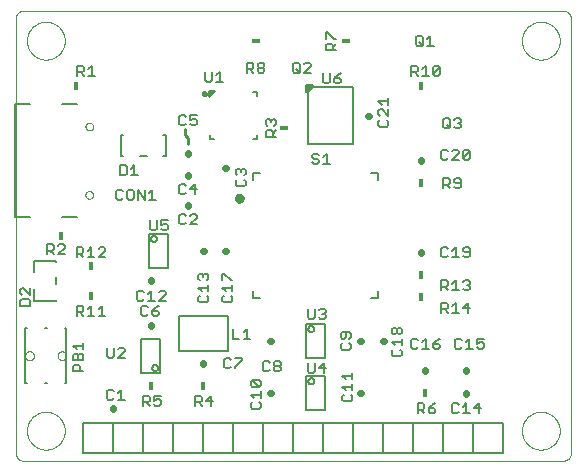
<source format=gto>
G75*
%MOIN*%
%OFA0B0*%
%FSLAX25Y25*%
%IPPOS*%
%LPD*%
%AMOC8*
5,1,8,0,0,1.08239X$1,22.5*
%
%ADD10C,0.00000*%
%ADD11C,0.01000*%
%ADD12C,0.02200*%
%ADD13C,0.00600*%
%ADD14C,0.00500*%
%ADD15C,0.00787*%
%ADD16C,0.00806*%
%ADD17R,0.03000X0.01800*%
%ADD18R,0.01800X0.03000*%
%ADD19C,0.00800*%
D10*
X0005343Y0035785D02*
X0185343Y0035785D01*
X0185441Y0035787D01*
X0185539Y0035793D01*
X0185637Y0035802D01*
X0185734Y0035816D01*
X0185831Y0035833D01*
X0185927Y0035854D01*
X0186022Y0035879D01*
X0186116Y0035907D01*
X0186208Y0035940D01*
X0186300Y0035975D01*
X0186390Y0036015D01*
X0186478Y0036057D01*
X0186565Y0036104D01*
X0186649Y0036153D01*
X0186732Y0036206D01*
X0186812Y0036262D01*
X0186891Y0036322D01*
X0186967Y0036384D01*
X0187040Y0036449D01*
X0187111Y0036517D01*
X0187179Y0036588D01*
X0187244Y0036661D01*
X0187306Y0036737D01*
X0187366Y0036816D01*
X0187422Y0036896D01*
X0187475Y0036979D01*
X0187524Y0037063D01*
X0187571Y0037150D01*
X0187613Y0037238D01*
X0187653Y0037328D01*
X0187688Y0037420D01*
X0187721Y0037512D01*
X0187749Y0037606D01*
X0187774Y0037701D01*
X0187795Y0037797D01*
X0187812Y0037894D01*
X0187826Y0037991D01*
X0187835Y0038089D01*
X0187841Y0038187D01*
X0187843Y0038285D01*
X0187843Y0183285D01*
X0187841Y0183383D01*
X0187835Y0183481D01*
X0187826Y0183579D01*
X0187812Y0183676D01*
X0187795Y0183773D01*
X0187774Y0183869D01*
X0187749Y0183964D01*
X0187721Y0184058D01*
X0187688Y0184150D01*
X0187653Y0184242D01*
X0187613Y0184332D01*
X0187571Y0184420D01*
X0187524Y0184507D01*
X0187475Y0184591D01*
X0187422Y0184674D01*
X0187366Y0184754D01*
X0187306Y0184833D01*
X0187244Y0184909D01*
X0187179Y0184982D01*
X0187111Y0185053D01*
X0187040Y0185121D01*
X0186967Y0185186D01*
X0186891Y0185248D01*
X0186812Y0185308D01*
X0186732Y0185364D01*
X0186649Y0185417D01*
X0186565Y0185466D01*
X0186478Y0185513D01*
X0186390Y0185555D01*
X0186300Y0185595D01*
X0186208Y0185630D01*
X0186116Y0185663D01*
X0186022Y0185691D01*
X0185927Y0185716D01*
X0185831Y0185737D01*
X0185734Y0185754D01*
X0185637Y0185768D01*
X0185539Y0185777D01*
X0185441Y0185783D01*
X0185343Y0185785D01*
X0005343Y0185785D01*
X0005245Y0185783D01*
X0005147Y0185777D01*
X0005049Y0185768D01*
X0004952Y0185754D01*
X0004855Y0185737D01*
X0004759Y0185716D01*
X0004664Y0185691D01*
X0004570Y0185663D01*
X0004478Y0185630D01*
X0004386Y0185595D01*
X0004296Y0185555D01*
X0004208Y0185513D01*
X0004121Y0185466D01*
X0004037Y0185417D01*
X0003954Y0185364D01*
X0003874Y0185308D01*
X0003795Y0185248D01*
X0003719Y0185186D01*
X0003646Y0185121D01*
X0003575Y0185053D01*
X0003507Y0184982D01*
X0003442Y0184909D01*
X0003380Y0184833D01*
X0003320Y0184754D01*
X0003264Y0184674D01*
X0003211Y0184591D01*
X0003162Y0184507D01*
X0003115Y0184420D01*
X0003073Y0184332D01*
X0003033Y0184242D01*
X0002998Y0184150D01*
X0002965Y0184058D01*
X0002937Y0183964D01*
X0002912Y0183869D01*
X0002891Y0183773D01*
X0002874Y0183676D01*
X0002860Y0183579D01*
X0002851Y0183481D01*
X0002845Y0183383D01*
X0002843Y0183285D01*
X0002843Y0038285D01*
X0002845Y0038187D01*
X0002851Y0038089D01*
X0002860Y0037991D01*
X0002874Y0037894D01*
X0002891Y0037797D01*
X0002912Y0037701D01*
X0002937Y0037606D01*
X0002965Y0037512D01*
X0002998Y0037420D01*
X0003033Y0037328D01*
X0003073Y0037238D01*
X0003115Y0037150D01*
X0003162Y0037063D01*
X0003211Y0036979D01*
X0003264Y0036896D01*
X0003320Y0036816D01*
X0003380Y0036737D01*
X0003442Y0036661D01*
X0003507Y0036588D01*
X0003575Y0036517D01*
X0003646Y0036449D01*
X0003719Y0036384D01*
X0003795Y0036322D01*
X0003874Y0036262D01*
X0003954Y0036206D01*
X0004037Y0036153D01*
X0004121Y0036104D01*
X0004208Y0036057D01*
X0004296Y0036015D01*
X0004386Y0035975D01*
X0004478Y0035940D01*
X0004570Y0035907D01*
X0004664Y0035879D01*
X0004759Y0035854D01*
X0004855Y0035833D01*
X0004952Y0035816D01*
X0005049Y0035802D01*
X0005147Y0035793D01*
X0005245Y0035787D01*
X0005343Y0035785D01*
X0006544Y0045785D02*
X0006546Y0045943D01*
X0006552Y0046101D01*
X0006562Y0046259D01*
X0006576Y0046417D01*
X0006594Y0046574D01*
X0006615Y0046731D01*
X0006641Y0046887D01*
X0006671Y0047043D01*
X0006704Y0047198D01*
X0006742Y0047351D01*
X0006783Y0047504D01*
X0006828Y0047656D01*
X0006877Y0047807D01*
X0006930Y0047956D01*
X0006986Y0048104D01*
X0007046Y0048250D01*
X0007110Y0048395D01*
X0007178Y0048538D01*
X0007249Y0048680D01*
X0007323Y0048820D01*
X0007401Y0048957D01*
X0007483Y0049093D01*
X0007567Y0049227D01*
X0007656Y0049358D01*
X0007747Y0049487D01*
X0007842Y0049614D01*
X0007939Y0049739D01*
X0008040Y0049861D01*
X0008144Y0049980D01*
X0008251Y0050097D01*
X0008361Y0050211D01*
X0008474Y0050322D01*
X0008589Y0050431D01*
X0008707Y0050536D01*
X0008828Y0050638D01*
X0008951Y0050738D01*
X0009077Y0050834D01*
X0009205Y0050927D01*
X0009335Y0051017D01*
X0009468Y0051103D01*
X0009603Y0051187D01*
X0009739Y0051266D01*
X0009878Y0051343D01*
X0010019Y0051415D01*
X0010161Y0051485D01*
X0010305Y0051550D01*
X0010451Y0051612D01*
X0010598Y0051670D01*
X0010747Y0051725D01*
X0010897Y0051776D01*
X0011048Y0051823D01*
X0011200Y0051866D01*
X0011353Y0051905D01*
X0011508Y0051941D01*
X0011663Y0051972D01*
X0011819Y0052000D01*
X0011975Y0052024D01*
X0012132Y0052044D01*
X0012290Y0052060D01*
X0012447Y0052072D01*
X0012606Y0052080D01*
X0012764Y0052084D01*
X0012922Y0052084D01*
X0013080Y0052080D01*
X0013239Y0052072D01*
X0013396Y0052060D01*
X0013554Y0052044D01*
X0013711Y0052024D01*
X0013867Y0052000D01*
X0014023Y0051972D01*
X0014178Y0051941D01*
X0014333Y0051905D01*
X0014486Y0051866D01*
X0014638Y0051823D01*
X0014789Y0051776D01*
X0014939Y0051725D01*
X0015088Y0051670D01*
X0015235Y0051612D01*
X0015381Y0051550D01*
X0015525Y0051485D01*
X0015667Y0051415D01*
X0015808Y0051343D01*
X0015947Y0051266D01*
X0016083Y0051187D01*
X0016218Y0051103D01*
X0016351Y0051017D01*
X0016481Y0050927D01*
X0016609Y0050834D01*
X0016735Y0050738D01*
X0016858Y0050638D01*
X0016979Y0050536D01*
X0017097Y0050431D01*
X0017212Y0050322D01*
X0017325Y0050211D01*
X0017435Y0050097D01*
X0017542Y0049980D01*
X0017646Y0049861D01*
X0017747Y0049739D01*
X0017844Y0049614D01*
X0017939Y0049487D01*
X0018030Y0049358D01*
X0018119Y0049227D01*
X0018203Y0049093D01*
X0018285Y0048957D01*
X0018363Y0048820D01*
X0018437Y0048680D01*
X0018508Y0048538D01*
X0018576Y0048395D01*
X0018640Y0048250D01*
X0018700Y0048104D01*
X0018756Y0047956D01*
X0018809Y0047807D01*
X0018858Y0047656D01*
X0018903Y0047504D01*
X0018944Y0047351D01*
X0018982Y0047198D01*
X0019015Y0047043D01*
X0019045Y0046887D01*
X0019071Y0046731D01*
X0019092Y0046574D01*
X0019110Y0046417D01*
X0019124Y0046259D01*
X0019134Y0046101D01*
X0019140Y0045943D01*
X0019142Y0045785D01*
X0019140Y0045627D01*
X0019134Y0045469D01*
X0019124Y0045311D01*
X0019110Y0045153D01*
X0019092Y0044996D01*
X0019071Y0044839D01*
X0019045Y0044683D01*
X0019015Y0044527D01*
X0018982Y0044372D01*
X0018944Y0044219D01*
X0018903Y0044066D01*
X0018858Y0043914D01*
X0018809Y0043763D01*
X0018756Y0043614D01*
X0018700Y0043466D01*
X0018640Y0043320D01*
X0018576Y0043175D01*
X0018508Y0043032D01*
X0018437Y0042890D01*
X0018363Y0042750D01*
X0018285Y0042613D01*
X0018203Y0042477D01*
X0018119Y0042343D01*
X0018030Y0042212D01*
X0017939Y0042083D01*
X0017844Y0041956D01*
X0017747Y0041831D01*
X0017646Y0041709D01*
X0017542Y0041590D01*
X0017435Y0041473D01*
X0017325Y0041359D01*
X0017212Y0041248D01*
X0017097Y0041139D01*
X0016979Y0041034D01*
X0016858Y0040932D01*
X0016735Y0040832D01*
X0016609Y0040736D01*
X0016481Y0040643D01*
X0016351Y0040553D01*
X0016218Y0040467D01*
X0016083Y0040383D01*
X0015947Y0040304D01*
X0015808Y0040227D01*
X0015667Y0040155D01*
X0015525Y0040085D01*
X0015381Y0040020D01*
X0015235Y0039958D01*
X0015088Y0039900D01*
X0014939Y0039845D01*
X0014789Y0039794D01*
X0014638Y0039747D01*
X0014486Y0039704D01*
X0014333Y0039665D01*
X0014178Y0039629D01*
X0014023Y0039598D01*
X0013867Y0039570D01*
X0013711Y0039546D01*
X0013554Y0039526D01*
X0013396Y0039510D01*
X0013239Y0039498D01*
X0013080Y0039490D01*
X0012922Y0039486D01*
X0012764Y0039486D01*
X0012606Y0039490D01*
X0012447Y0039498D01*
X0012290Y0039510D01*
X0012132Y0039526D01*
X0011975Y0039546D01*
X0011819Y0039570D01*
X0011663Y0039598D01*
X0011508Y0039629D01*
X0011353Y0039665D01*
X0011200Y0039704D01*
X0011048Y0039747D01*
X0010897Y0039794D01*
X0010747Y0039845D01*
X0010598Y0039900D01*
X0010451Y0039958D01*
X0010305Y0040020D01*
X0010161Y0040085D01*
X0010019Y0040155D01*
X0009878Y0040227D01*
X0009739Y0040304D01*
X0009603Y0040383D01*
X0009468Y0040467D01*
X0009335Y0040553D01*
X0009205Y0040643D01*
X0009077Y0040736D01*
X0008951Y0040832D01*
X0008828Y0040932D01*
X0008707Y0041034D01*
X0008589Y0041139D01*
X0008474Y0041248D01*
X0008361Y0041359D01*
X0008251Y0041473D01*
X0008144Y0041590D01*
X0008040Y0041709D01*
X0007939Y0041831D01*
X0007842Y0041956D01*
X0007747Y0042083D01*
X0007656Y0042212D01*
X0007567Y0042343D01*
X0007483Y0042477D01*
X0007401Y0042613D01*
X0007323Y0042750D01*
X0007249Y0042890D01*
X0007178Y0043032D01*
X0007110Y0043175D01*
X0007046Y0043320D01*
X0006986Y0043466D01*
X0006930Y0043614D01*
X0006877Y0043763D01*
X0006828Y0043914D01*
X0006783Y0044066D01*
X0006742Y0044219D01*
X0006704Y0044372D01*
X0006671Y0044527D01*
X0006641Y0044683D01*
X0006615Y0044839D01*
X0006594Y0044996D01*
X0006576Y0045153D01*
X0006562Y0045311D01*
X0006552Y0045469D01*
X0006546Y0045627D01*
X0006544Y0045785D01*
X0005953Y0070785D02*
X0005955Y0070862D01*
X0005961Y0070938D01*
X0005971Y0071014D01*
X0005985Y0071089D01*
X0006002Y0071164D01*
X0006024Y0071237D01*
X0006049Y0071310D01*
X0006079Y0071381D01*
X0006111Y0071450D01*
X0006148Y0071517D01*
X0006187Y0071583D01*
X0006230Y0071646D01*
X0006277Y0071707D01*
X0006326Y0071766D01*
X0006379Y0071822D01*
X0006434Y0071875D01*
X0006492Y0071925D01*
X0006552Y0071972D01*
X0006615Y0072016D01*
X0006680Y0072057D01*
X0006747Y0072094D01*
X0006816Y0072128D01*
X0006886Y0072158D01*
X0006958Y0072184D01*
X0007032Y0072206D01*
X0007106Y0072225D01*
X0007181Y0072240D01*
X0007257Y0072251D01*
X0007333Y0072258D01*
X0007410Y0072261D01*
X0007486Y0072260D01*
X0007563Y0072255D01*
X0007639Y0072246D01*
X0007715Y0072233D01*
X0007789Y0072216D01*
X0007863Y0072196D01*
X0007936Y0072171D01*
X0008007Y0072143D01*
X0008077Y0072111D01*
X0008145Y0072076D01*
X0008211Y0072037D01*
X0008275Y0071995D01*
X0008336Y0071949D01*
X0008396Y0071900D01*
X0008452Y0071849D01*
X0008506Y0071794D01*
X0008557Y0071737D01*
X0008605Y0071677D01*
X0008650Y0071615D01*
X0008691Y0071550D01*
X0008729Y0071484D01*
X0008764Y0071416D01*
X0008794Y0071345D01*
X0008822Y0071274D01*
X0008845Y0071201D01*
X0008865Y0071127D01*
X0008881Y0071052D01*
X0008893Y0070976D01*
X0008901Y0070900D01*
X0008905Y0070823D01*
X0008905Y0070747D01*
X0008901Y0070670D01*
X0008893Y0070594D01*
X0008881Y0070518D01*
X0008865Y0070443D01*
X0008845Y0070369D01*
X0008822Y0070296D01*
X0008794Y0070225D01*
X0008764Y0070154D01*
X0008729Y0070086D01*
X0008691Y0070020D01*
X0008650Y0069955D01*
X0008605Y0069893D01*
X0008557Y0069833D01*
X0008506Y0069776D01*
X0008452Y0069721D01*
X0008396Y0069670D01*
X0008336Y0069621D01*
X0008275Y0069575D01*
X0008211Y0069533D01*
X0008145Y0069494D01*
X0008077Y0069459D01*
X0008007Y0069427D01*
X0007936Y0069399D01*
X0007863Y0069374D01*
X0007789Y0069354D01*
X0007715Y0069337D01*
X0007639Y0069324D01*
X0007563Y0069315D01*
X0007486Y0069310D01*
X0007410Y0069309D01*
X0007333Y0069312D01*
X0007257Y0069319D01*
X0007181Y0069330D01*
X0007106Y0069345D01*
X0007032Y0069364D01*
X0006958Y0069386D01*
X0006886Y0069412D01*
X0006816Y0069442D01*
X0006747Y0069476D01*
X0006680Y0069513D01*
X0006615Y0069554D01*
X0006552Y0069598D01*
X0006492Y0069645D01*
X0006434Y0069695D01*
X0006379Y0069748D01*
X0006326Y0069804D01*
X0006277Y0069863D01*
X0006230Y0069924D01*
X0006187Y0069987D01*
X0006148Y0070053D01*
X0006111Y0070120D01*
X0006079Y0070189D01*
X0006049Y0070260D01*
X0006024Y0070333D01*
X0006002Y0070406D01*
X0005985Y0070481D01*
X0005971Y0070556D01*
X0005961Y0070632D01*
X0005955Y0070708D01*
X0005953Y0070785D01*
X0016780Y0070785D02*
X0016782Y0070862D01*
X0016788Y0070938D01*
X0016798Y0071014D01*
X0016812Y0071089D01*
X0016829Y0071164D01*
X0016851Y0071237D01*
X0016876Y0071310D01*
X0016906Y0071381D01*
X0016938Y0071450D01*
X0016975Y0071517D01*
X0017014Y0071583D01*
X0017057Y0071646D01*
X0017104Y0071707D01*
X0017153Y0071766D01*
X0017206Y0071822D01*
X0017261Y0071875D01*
X0017319Y0071925D01*
X0017379Y0071972D01*
X0017442Y0072016D01*
X0017507Y0072057D01*
X0017574Y0072094D01*
X0017643Y0072128D01*
X0017713Y0072158D01*
X0017785Y0072184D01*
X0017859Y0072206D01*
X0017933Y0072225D01*
X0018008Y0072240D01*
X0018084Y0072251D01*
X0018160Y0072258D01*
X0018237Y0072261D01*
X0018313Y0072260D01*
X0018390Y0072255D01*
X0018466Y0072246D01*
X0018542Y0072233D01*
X0018616Y0072216D01*
X0018690Y0072196D01*
X0018763Y0072171D01*
X0018834Y0072143D01*
X0018904Y0072111D01*
X0018972Y0072076D01*
X0019038Y0072037D01*
X0019102Y0071995D01*
X0019163Y0071949D01*
X0019223Y0071900D01*
X0019279Y0071849D01*
X0019333Y0071794D01*
X0019384Y0071737D01*
X0019432Y0071677D01*
X0019477Y0071615D01*
X0019518Y0071550D01*
X0019556Y0071484D01*
X0019591Y0071416D01*
X0019621Y0071345D01*
X0019649Y0071274D01*
X0019672Y0071201D01*
X0019692Y0071127D01*
X0019708Y0071052D01*
X0019720Y0070976D01*
X0019728Y0070900D01*
X0019732Y0070823D01*
X0019732Y0070747D01*
X0019728Y0070670D01*
X0019720Y0070594D01*
X0019708Y0070518D01*
X0019692Y0070443D01*
X0019672Y0070369D01*
X0019649Y0070296D01*
X0019621Y0070225D01*
X0019591Y0070154D01*
X0019556Y0070086D01*
X0019518Y0070020D01*
X0019477Y0069955D01*
X0019432Y0069893D01*
X0019384Y0069833D01*
X0019333Y0069776D01*
X0019279Y0069721D01*
X0019223Y0069670D01*
X0019163Y0069621D01*
X0019102Y0069575D01*
X0019038Y0069533D01*
X0018972Y0069494D01*
X0018904Y0069459D01*
X0018834Y0069427D01*
X0018763Y0069399D01*
X0018690Y0069374D01*
X0018616Y0069354D01*
X0018542Y0069337D01*
X0018466Y0069324D01*
X0018390Y0069315D01*
X0018313Y0069310D01*
X0018237Y0069309D01*
X0018160Y0069312D01*
X0018084Y0069319D01*
X0018008Y0069330D01*
X0017933Y0069345D01*
X0017859Y0069364D01*
X0017785Y0069386D01*
X0017713Y0069412D01*
X0017643Y0069442D01*
X0017574Y0069476D01*
X0017507Y0069513D01*
X0017442Y0069554D01*
X0017379Y0069598D01*
X0017319Y0069645D01*
X0017261Y0069695D01*
X0017206Y0069748D01*
X0017153Y0069804D01*
X0017104Y0069863D01*
X0017057Y0069924D01*
X0017014Y0069987D01*
X0016975Y0070053D01*
X0016938Y0070120D01*
X0016906Y0070189D01*
X0016876Y0070260D01*
X0016851Y0070333D01*
X0016829Y0070406D01*
X0016812Y0070481D01*
X0016798Y0070556D01*
X0016788Y0070632D01*
X0016782Y0070708D01*
X0016780Y0070785D01*
X0026051Y0124407D02*
X0026053Y0124478D01*
X0026059Y0124549D01*
X0026069Y0124620D01*
X0026083Y0124689D01*
X0026100Y0124758D01*
X0026122Y0124826D01*
X0026147Y0124893D01*
X0026176Y0124958D01*
X0026208Y0125021D01*
X0026244Y0125083D01*
X0026283Y0125142D01*
X0026326Y0125199D01*
X0026371Y0125254D01*
X0026420Y0125306D01*
X0026471Y0125355D01*
X0026525Y0125401D01*
X0026582Y0125445D01*
X0026640Y0125485D01*
X0026701Y0125521D01*
X0026764Y0125555D01*
X0026829Y0125584D01*
X0026895Y0125610D01*
X0026963Y0125633D01*
X0027031Y0125651D01*
X0027101Y0125666D01*
X0027171Y0125677D01*
X0027242Y0125684D01*
X0027313Y0125687D01*
X0027384Y0125686D01*
X0027455Y0125681D01*
X0027526Y0125672D01*
X0027596Y0125659D01*
X0027665Y0125643D01*
X0027733Y0125622D01*
X0027800Y0125598D01*
X0027866Y0125570D01*
X0027929Y0125538D01*
X0027991Y0125503D01*
X0028051Y0125465D01*
X0028109Y0125423D01*
X0028164Y0125379D01*
X0028217Y0125331D01*
X0028267Y0125280D01*
X0028314Y0125227D01*
X0028358Y0125171D01*
X0028399Y0125113D01*
X0028437Y0125052D01*
X0028471Y0124990D01*
X0028501Y0124925D01*
X0028528Y0124860D01*
X0028552Y0124792D01*
X0028571Y0124724D01*
X0028587Y0124655D01*
X0028599Y0124584D01*
X0028607Y0124514D01*
X0028611Y0124443D01*
X0028611Y0124371D01*
X0028607Y0124300D01*
X0028599Y0124230D01*
X0028587Y0124159D01*
X0028571Y0124090D01*
X0028552Y0124022D01*
X0028528Y0123954D01*
X0028501Y0123889D01*
X0028471Y0123824D01*
X0028437Y0123762D01*
X0028399Y0123701D01*
X0028358Y0123643D01*
X0028314Y0123587D01*
X0028267Y0123534D01*
X0028217Y0123483D01*
X0028164Y0123435D01*
X0028109Y0123391D01*
X0028051Y0123349D01*
X0027991Y0123311D01*
X0027929Y0123276D01*
X0027866Y0123244D01*
X0027800Y0123216D01*
X0027733Y0123192D01*
X0027665Y0123171D01*
X0027596Y0123155D01*
X0027526Y0123142D01*
X0027455Y0123133D01*
X0027384Y0123128D01*
X0027313Y0123127D01*
X0027242Y0123130D01*
X0027171Y0123137D01*
X0027101Y0123148D01*
X0027031Y0123163D01*
X0026963Y0123181D01*
X0026895Y0123204D01*
X0026829Y0123230D01*
X0026764Y0123259D01*
X0026701Y0123293D01*
X0026640Y0123329D01*
X0026582Y0123369D01*
X0026525Y0123413D01*
X0026471Y0123459D01*
X0026420Y0123508D01*
X0026371Y0123560D01*
X0026326Y0123615D01*
X0026283Y0123672D01*
X0026244Y0123731D01*
X0026208Y0123793D01*
X0026176Y0123856D01*
X0026147Y0123921D01*
X0026122Y0123988D01*
X0026100Y0124056D01*
X0026083Y0124125D01*
X0026069Y0124194D01*
X0026059Y0124265D01*
X0026053Y0124336D01*
X0026051Y0124407D01*
X0026051Y0147163D02*
X0026053Y0147234D01*
X0026059Y0147305D01*
X0026069Y0147376D01*
X0026083Y0147445D01*
X0026100Y0147514D01*
X0026122Y0147582D01*
X0026147Y0147649D01*
X0026176Y0147714D01*
X0026208Y0147777D01*
X0026244Y0147839D01*
X0026283Y0147898D01*
X0026326Y0147955D01*
X0026371Y0148010D01*
X0026420Y0148062D01*
X0026471Y0148111D01*
X0026525Y0148157D01*
X0026582Y0148201D01*
X0026640Y0148241D01*
X0026701Y0148277D01*
X0026764Y0148311D01*
X0026829Y0148340D01*
X0026895Y0148366D01*
X0026963Y0148389D01*
X0027031Y0148407D01*
X0027101Y0148422D01*
X0027171Y0148433D01*
X0027242Y0148440D01*
X0027313Y0148443D01*
X0027384Y0148442D01*
X0027455Y0148437D01*
X0027526Y0148428D01*
X0027596Y0148415D01*
X0027665Y0148399D01*
X0027733Y0148378D01*
X0027800Y0148354D01*
X0027866Y0148326D01*
X0027929Y0148294D01*
X0027991Y0148259D01*
X0028051Y0148221D01*
X0028109Y0148179D01*
X0028164Y0148135D01*
X0028217Y0148087D01*
X0028267Y0148036D01*
X0028314Y0147983D01*
X0028358Y0147927D01*
X0028399Y0147869D01*
X0028437Y0147808D01*
X0028471Y0147746D01*
X0028501Y0147681D01*
X0028528Y0147616D01*
X0028552Y0147548D01*
X0028571Y0147480D01*
X0028587Y0147411D01*
X0028599Y0147340D01*
X0028607Y0147270D01*
X0028611Y0147199D01*
X0028611Y0147127D01*
X0028607Y0147056D01*
X0028599Y0146986D01*
X0028587Y0146915D01*
X0028571Y0146846D01*
X0028552Y0146778D01*
X0028528Y0146710D01*
X0028501Y0146645D01*
X0028471Y0146580D01*
X0028437Y0146518D01*
X0028399Y0146457D01*
X0028358Y0146399D01*
X0028314Y0146343D01*
X0028267Y0146290D01*
X0028217Y0146239D01*
X0028164Y0146191D01*
X0028109Y0146147D01*
X0028051Y0146105D01*
X0027991Y0146067D01*
X0027929Y0146032D01*
X0027866Y0146000D01*
X0027800Y0145972D01*
X0027733Y0145948D01*
X0027665Y0145927D01*
X0027596Y0145911D01*
X0027526Y0145898D01*
X0027455Y0145889D01*
X0027384Y0145884D01*
X0027313Y0145883D01*
X0027242Y0145886D01*
X0027171Y0145893D01*
X0027101Y0145904D01*
X0027031Y0145919D01*
X0026963Y0145937D01*
X0026895Y0145960D01*
X0026829Y0145986D01*
X0026764Y0146015D01*
X0026701Y0146049D01*
X0026640Y0146085D01*
X0026582Y0146125D01*
X0026525Y0146169D01*
X0026471Y0146215D01*
X0026420Y0146264D01*
X0026371Y0146316D01*
X0026326Y0146371D01*
X0026283Y0146428D01*
X0026244Y0146487D01*
X0026208Y0146549D01*
X0026176Y0146612D01*
X0026147Y0146677D01*
X0026122Y0146744D01*
X0026100Y0146812D01*
X0026083Y0146881D01*
X0026069Y0146950D01*
X0026059Y0147021D01*
X0026053Y0147092D01*
X0026051Y0147163D01*
X0006544Y0175785D02*
X0006546Y0175943D01*
X0006552Y0176101D01*
X0006562Y0176259D01*
X0006576Y0176417D01*
X0006594Y0176574D01*
X0006615Y0176731D01*
X0006641Y0176887D01*
X0006671Y0177043D01*
X0006704Y0177198D01*
X0006742Y0177351D01*
X0006783Y0177504D01*
X0006828Y0177656D01*
X0006877Y0177807D01*
X0006930Y0177956D01*
X0006986Y0178104D01*
X0007046Y0178250D01*
X0007110Y0178395D01*
X0007178Y0178538D01*
X0007249Y0178680D01*
X0007323Y0178820D01*
X0007401Y0178957D01*
X0007483Y0179093D01*
X0007567Y0179227D01*
X0007656Y0179358D01*
X0007747Y0179487D01*
X0007842Y0179614D01*
X0007939Y0179739D01*
X0008040Y0179861D01*
X0008144Y0179980D01*
X0008251Y0180097D01*
X0008361Y0180211D01*
X0008474Y0180322D01*
X0008589Y0180431D01*
X0008707Y0180536D01*
X0008828Y0180638D01*
X0008951Y0180738D01*
X0009077Y0180834D01*
X0009205Y0180927D01*
X0009335Y0181017D01*
X0009468Y0181103D01*
X0009603Y0181187D01*
X0009739Y0181266D01*
X0009878Y0181343D01*
X0010019Y0181415D01*
X0010161Y0181485D01*
X0010305Y0181550D01*
X0010451Y0181612D01*
X0010598Y0181670D01*
X0010747Y0181725D01*
X0010897Y0181776D01*
X0011048Y0181823D01*
X0011200Y0181866D01*
X0011353Y0181905D01*
X0011508Y0181941D01*
X0011663Y0181972D01*
X0011819Y0182000D01*
X0011975Y0182024D01*
X0012132Y0182044D01*
X0012290Y0182060D01*
X0012447Y0182072D01*
X0012606Y0182080D01*
X0012764Y0182084D01*
X0012922Y0182084D01*
X0013080Y0182080D01*
X0013239Y0182072D01*
X0013396Y0182060D01*
X0013554Y0182044D01*
X0013711Y0182024D01*
X0013867Y0182000D01*
X0014023Y0181972D01*
X0014178Y0181941D01*
X0014333Y0181905D01*
X0014486Y0181866D01*
X0014638Y0181823D01*
X0014789Y0181776D01*
X0014939Y0181725D01*
X0015088Y0181670D01*
X0015235Y0181612D01*
X0015381Y0181550D01*
X0015525Y0181485D01*
X0015667Y0181415D01*
X0015808Y0181343D01*
X0015947Y0181266D01*
X0016083Y0181187D01*
X0016218Y0181103D01*
X0016351Y0181017D01*
X0016481Y0180927D01*
X0016609Y0180834D01*
X0016735Y0180738D01*
X0016858Y0180638D01*
X0016979Y0180536D01*
X0017097Y0180431D01*
X0017212Y0180322D01*
X0017325Y0180211D01*
X0017435Y0180097D01*
X0017542Y0179980D01*
X0017646Y0179861D01*
X0017747Y0179739D01*
X0017844Y0179614D01*
X0017939Y0179487D01*
X0018030Y0179358D01*
X0018119Y0179227D01*
X0018203Y0179093D01*
X0018285Y0178957D01*
X0018363Y0178820D01*
X0018437Y0178680D01*
X0018508Y0178538D01*
X0018576Y0178395D01*
X0018640Y0178250D01*
X0018700Y0178104D01*
X0018756Y0177956D01*
X0018809Y0177807D01*
X0018858Y0177656D01*
X0018903Y0177504D01*
X0018944Y0177351D01*
X0018982Y0177198D01*
X0019015Y0177043D01*
X0019045Y0176887D01*
X0019071Y0176731D01*
X0019092Y0176574D01*
X0019110Y0176417D01*
X0019124Y0176259D01*
X0019134Y0176101D01*
X0019140Y0175943D01*
X0019142Y0175785D01*
X0019140Y0175627D01*
X0019134Y0175469D01*
X0019124Y0175311D01*
X0019110Y0175153D01*
X0019092Y0174996D01*
X0019071Y0174839D01*
X0019045Y0174683D01*
X0019015Y0174527D01*
X0018982Y0174372D01*
X0018944Y0174219D01*
X0018903Y0174066D01*
X0018858Y0173914D01*
X0018809Y0173763D01*
X0018756Y0173614D01*
X0018700Y0173466D01*
X0018640Y0173320D01*
X0018576Y0173175D01*
X0018508Y0173032D01*
X0018437Y0172890D01*
X0018363Y0172750D01*
X0018285Y0172613D01*
X0018203Y0172477D01*
X0018119Y0172343D01*
X0018030Y0172212D01*
X0017939Y0172083D01*
X0017844Y0171956D01*
X0017747Y0171831D01*
X0017646Y0171709D01*
X0017542Y0171590D01*
X0017435Y0171473D01*
X0017325Y0171359D01*
X0017212Y0171248D01*
X0017097Y0171139D01*
X0016979Y0171034D01*
X0016858Y0170932D01*
X0016735Y0170832D01*
X0016609Y0170736D01*
X0016481Y0170643D01*
X0016351Y0170553D01*
X0016218Y0170467D01*
X0016083Y0170383D01*
X0015947Y0170304D01*
X0015808Y0170227D01*
X0015667Y0170155D01*
X0015525Y0170085D01*
X0015381Y0170020D01*
X0015235Y0169958D01*
X0015088Y0169900D01*
X0014939Y0169845D01*
X0014789Y0169794D01*
X0014638Y0169747D01*
X0014486Y0169704D01*
X0014333Y0169665D01*
X0014178Y0169629D01*
X0014023Y0169598D01*
X0013867Y0169570D01*
X0013711Y0169546D01*
X0013554Y0169526D01*
X0013396Y0169510D01*
X0013239Y0169498D01*
X0013080Y0169490D01*
X0012922Y0169486D01*
X0012764Y0169486D01*
X0012606Y0169490D01*
X0012447Y0169498D01*
X0012290Y0169510D01*
X0012132Y0169526D01*
X0011975Y0169546D01*
X0011819Y0169570D01*
X0011663Y0169598D01*
X0011508Y0169629D01*
X0011353Y0169665D01*
X0011200Y0169704D01*
X0011048Y0169747D01*
X0010897Y0169794D01*
X0010747Y0169845D01*
X0010598Y0169900D01*
X0010451Y0169958D01*
X0010305Y0170020D01*
X0010161Y0170085D01*
X0010019Y0170155D01*
X0009878Y0170227D01*
X0009739Y0170304D01*
X0009603Y0170383D01*
X0009468Y0170467D01*
X0009335Y0170553D01*
X0009205Y0170643D01*
X0009077Y0170736D01*
X0008951Y0170832D01*
X0008828Y0170932D01*
X0008707Y0171034D01*
X0008589Y0171139D01*
X0008474Y0171248D01*
X0008361Y0171359D01*
X0008251Y0171473D01*
X0008144Y0171590D01*
X0008040Y0171709D01*
X0007939Y0171831D01*
X0007842Y0171956D01*
X0007747Y0172083D01*
X0007656Y0172212D01*
X0007567Y0172343D01*
X0007483Y0172477D01*
X0007401Y0172613D01*
X0007323Y0172750D01*
X0007249Y0172890D01*
X0007178Y0173032D01*
X0007110Y0173175D01*
X0007046Y0173320D01*
X0006986Y0173466D01*
X0006930Y0173614D01*
X0006877Y0173763D01*
X0006828Y0173914D01*
X0006783Y0174066D01*
X0006742Y0174219D01*
X0006704Y0174372D01*
X0006671Y0174527D01*
X0006641Y0174683D01*
X0006615Y0174839D01*
X0006594Y0174996D01*
X0006576Y0175153D01*
X0006562Y0175311D01*
X0006552Y0175469D01*
X0006546Y0175627D01*
X0006544Y0175785D01*
X0171544Y0175785D02*
X0171546Y0175943D01*
X0171552Y0176101D01*
X0171562Y0176259D01*
X0171576Y0176417D01*
X0171594Y0176574D01*
X0171615Y0176731D01*
X0171641Y0176887D01*
X0171671Y0177043D01*
X0171704Y0177198D01*
X0171742Y0177351D01*
X0171783Y0177504D01*
X0171828Y0177656D01*
X0171877Y0177807D01*
X0171930Y0177956D01*
X0171986Y0178104D01*
X0172046Y0178250D01*
X0172110Y0178395D01*
X0172178Y0178538D01*
X0172249Y0178680D01*
X0172323Y0178820D01*
X0172401Y0178957D01*
X0172483Y0179093D01*
X0172567Y0179227D01*
X0172656Y0179358D01*
X0172747Y0179487D01*
X0172842Y0179614D01*
X0172939Y0179739D01*
X0173040Y0179861D01*
X0173144Y0179980D01*
X0173251Y0180097D01*
X0173361Y0180211D01*
X0173474Y0180322D01*
X0173589Y0180431D01*
X0173707Y0180536D01*
X0173828Y0180638D01*
X0173951Y0180738D01*
X0174077Y0180834D01*
X0174205Y0180927D01*
X0174335Y0181017D01*
X0174468Y0181103D01*
X0174603Y0181187D01*
X0174739Y0181266D01*
X0174878Y0181343D01*
X0175019Y0181415D01*
X0175161Y0181485D01*
X0175305Y0181550D01*
X0175451Y0181612D01*
X0175598Y0181670D01*
X0175747Y0181725D01*
X0175897Y0181776D01*
X0176048Y0181823D01*
X0176200Y0181866D01*
X0176353Y0181905D01*
X0176508Y0181941D01*
X0176663Y0181972D01*
X0176819Y0182000D01*
X0176975Y0182024D01*
X0177132Y0182044D01*
X0177290Y0182060D01*
X0177447Y0182072D01*
X0177606Y0182080D01*
X0177764Y0182084D01*
X0177922Y0182084D01*
X0178080Y0182080D01*
X0178239Y0182072D01*
X0178396Y0182060D01*
X0178554Y0182044D01*
X0178711Y0182024D01*
X0178867Y0182000D01*
X0179023Y0181972D01*
X0179178Y0181941D01*
X0179333Y0181905D01*
X0179486Y0181866D01*
X0179638Y0181823D01*
X0179789Y0181776D01*
X0179939Y0181725D01*
X0180088Y0181670D01*
X0180235Y0181612D01*
X0180381Y0181550D01*
X0180525Y0181485D01*
X0180667Y0181415D01*
X0180808Y0181343D01*
X0180947Y0181266D01*
X0181083Y0181187D01*
X0181218Y0181103D01*
X0181351Y0181017D01*
X0181481Y0180927D01*
X0181609Y0180834D01*
X0181735Y0180738D01*
X0181858Y0180638D01*
X0181979Y0180536D01*
X0182097Y0180431D01*
X0182212Y0180322D01*
X0182325Y0180211D01*
X0182435Y0180097D01*
X0182542Y0179980D01*
X0182646Y0179861D01*
X0182747Y0179739D01*
X0182844Y0179614D01*
X0182939Y0179487D01*
X0183030Y0179358D01*
X0183119Y0179227D01*
X0183203Y0179093D01*
X0183285Y0178957D01*
X0183363Y0178820D01*
X0183437Y0178680D01*
X0183508Y0178538D01*
X0183576Y0178395D01*
X0183640Y0178250D01*
X0183700Y0178104D01*
X0183756Y0177956D01*
X0183809Y0177807D01*
X0183858Y0177656D01*
X0183903Y0177504D01*
X0183944Y0177351D01*
X0183982Y0177198D01*
X0184015Y0177043D01*
X0184045Y0176887D01*
X0184071Y0176731D01*
X0184092Y0176574D01*
X0184110Y0176417D01*
X0184124Y0176259D01*
X0184134Y0176101D01*
X0184140Y0175943D01*
X0184142Y0175785D01*
X0184140Y0175627D01*
X0184134Y0175469D01*
X0184124Y0175311D01*
X0184110Y0175153D01*
X0184092Y0174996D01*
X0184071Y0174839D01*
X0184045Y0174683D01*
X0184015Y0174527D01*
X0183982Y0174372D01*
X0183944Y0174219D01*
X0183903Y0174066D01*
X0183858Y0173914D01*
X0183809Y0173763D01*
X0183756Y0173614D01*
X0183700Y0173466D01*
X0183640Y0173320D01*
X0183576Y0173175D01*
X0183508Y0173032D01*
X0183437Y0172890D01*
X0183363Y0172750D01*
X0183285Y0172613D01*
X0183203Y0172477D01*
X0183119Y0172343D01*
X0183030Y0172212D01*
X0182939Y0172083D01*
X0182844Y0171956D01*
X0182747Y0171831D01*
X0182646Y0171709D01*
X0182542Y0171590D01*
X0182435Y0171473D01*
X0182325Y0171359D01*
X0182212Y0171248D01*
X0182097Y0171139D01*
X0181979Y0171034D01*
X0181858Y0170932D01*
X0181735Y0170832D01*
X0181609Y0170736D01*
X0181481Y0170643D01*
X0181351Y0170553D01*
X0181218Y0170467D01*
X0181083Y0170383D01*
X0180947Y0170304D01*
X0180808Y0170227D01*
X0180667Y0170155D01*
X0180525Y0170085D01*
X0180381Y0170020D01*
X0180235Y0169958D01*
X0180088Y0169900D01*
X0179939Y0169845D01*
X0179789Y0169794D01*
X0179638Y0169747D01*
X0179486Y0169704D01*
X0179333Y0169665D01*
X0179178Y0169629D01*
X0179023Y0169598D01*
X0178867Y0169570D01*
X0178711Y0169546D01*
X0178554Y0169526D01*
X0178396Y0169510D01*
X0178239Y0169498D01*
X0178080Y0169490D01*
X0177922Y0169486D01*
X0177764Y0169486D01*
X0177606Y0169490D01*
X0177447Y0169498D01*
X0177290Y0169510D01*
X0177132Y0169526D01*
X0176975Y0169546D01*
X0176819Y0169570D01*
X0176663Y0169598D01*
X0176508Y0169629D01*
X0176353Y0169665D01*
X0176200Y0169704D01*
X0176048Y0169747D01*
X0175897Y0169794D01*
X0175747Y0169845D01*
X0175598Y0169900D01*
X0175451Y0169958D01*
X0175305Y0170020D01*
X0175161Y0170085D01*
X0175019Y0170155D01*
X0174878Y0170227D01*
X0174739Y0170304D01*
X0174603Y0170383D01*
X0174468Y0170467D01*
X0174335Y0170553D01*
X0174205Y0170643D01*
X0174077Y0170736D01*
X0173951Y0170832D01*
X0173828Y0170932D01*
X0173707Y0171034D01*
X0173589Y0171139D01*
X0173474Y0171248D01*
X0173361Y0171359D01*
X0173251Y0171473D01*
X0173144Y0171590D01*
X0173040Y0171709D01*
X0172939Y0171831D01*
X0172842Y0171956D01*
X0172747Y0172083D01*
X0172656Y0172212D01*
X0172567Y0172343D01*
X0172483Y0172477D01*
X0172401Y0172613D01*
X0172323Y0172750D01*
X0172249Y0172890D01*
X0172178Y0173032D01*
X0172110Y0173175D01*
X0172046Y0173320D01*
X0171986Y0173466D01*
X0171930Y0173614D01*
X0171877Y0173763D01*
X0171828Y0173914D01*
X0171783Y0174066D01*
X0171742Y0174219D01*
X0171704Y0174372D01*
X0171671Y0174527D01*
X0171641Y0174683D01*
X0171615Y0174839D01*
X0171594Y0174996D01*
X0171576Y0175153D01*
X0171562Y0175311D01*
X0171552Y0175469D01*
X0171546Y0175627D01*
X0171544Y0175785D01*
X0171544Y0045785D02*
X0171546Y0045943D01*
X0171552Y0046101D01*
X0171562Y0046259D01*
X0171576Y0046417D01*
X0171594Y0046574D01*
X0171615Y0046731D01*
X0171641Y0046887D01*
X0171671Y0047043D01*
X0171704Y0047198D01*
X0171742Y0047351D01*
X0171783Y0047504D01*
X0171828Y0047656D01*
X0171877Y0047807D01*
X0171930Y0047956D01*
X0171986Y0048104D01*
X0172046Y0048250D01*
X0172110Y0048395D01*
X0172178Y0048538D01*
X0172249Y0048680D01*
X0172323Y0048820D01*
X0172401Y0048957D01*
X0172483Y0049093D01*
X0172567Y0049227D01*
X0172656Y0049358D01*
X0172747Y0049487D01*
X0172842Y0049614D01*
X0172939Y0049739D01*
X0173040Y0049861D01*
X0173144Y0049980D01*
X0173251Y0050097D01*
X0173361Y0050211D01*
X0173474Y0050322D01*
X0173589Y0050431D01*
X0173707Y0050536D01*
X0173828Y0050638D01*
X0173951Y0050738D01*
X0174077Y0050834D01*
X0174205Y0050927D01*
X0174335Y0051017D01*
X0174468Y0051103D01*
X0174603Y0051187D01*
X0174739Y0051266D01*
X0174878Y0051343D01*
X0175019Y0051415D01*
X0175161Y0051485D01*
X0175305Y0051550D01*
X0175451Y0051612D01*
X0175598Y0051670D01*
X0175747Y0051725D01*
X0175897Y0051776D01*
X0176048Y0051823D01*
X0176200Y0051866D01*
X0176353Y0051905D01*
X0176508Y0051941D01*
X0176663Y0051972D01*
X0176819Y0052000D01*
X0176975Y0052024D01*
X0177132Y0052044D01*
X0177290Y0052060D01*
X0177447Y0052072D01*
X0177606Y0052080D01*
X0177764Y0052084D01*
X0177922Y0052084D01*
X0178080Y0052080D01*
X0178239Y0052072D01*
X0178396Y0052060D01*
X0178554Y0052044D01*
X0178711Y0052024D01*
X0178867Y0052000D01*
X0179023Y0051972D01*
X0179178Y0051941D01*
X0179333Y0051905D01*
X0179486Y0051866D01*
X0179638Y0051823D01*
X0179789Y0051776D01*
X0179939Y0051725D01*
X0180088Y0051670D01*
X0180235Y0051612D01*
X0180381Y0051550D01*
X0180525Y0051485D01*
X0180667Y0051415D01*
X0180808Y0051343D01*
X0180947Y0051266D01*
X0181083Y0051187D01*
X0181218Y0051103D01*
X0181351Y0051017D01*
X0181481Y0050927D01*
X0181609Y0050834D01*
X0181735Y0050738D01*
X0181858Y0050638D01*
X0181979Y0050536D01*
X0182097Y0050431D01*
X0182212Y0050322D01*
X0182325Y0050211D01*
X0182435Y0050097D01*
X0182542Y0049980D01*
X0182646Y0049861D01*
X0182747Y0049739D01*
X0182844Y0049614D01*
X0182939Y0049487D01*
X0183030Y0049358D01*
X0183119Y0049227D01*
X0183203Y0049093D01*
X0183285Y0048957D01*
X0183363Y0048820D01*
X0183437Y0048680D01*
X0183508Y0048538D01*
X0183576Y0048395D01*
X0183640Y0048250D01*
X0183700Y0048104D01*
X0183756Y0047956D01*
X0183809Y0047807D01*
X0183858Y0047656D01*
X0183903Y0047504D01*
X0183944Y0047351D01*
X0183982Y0047198D01*
X0184015Y0047043D01*
X0184045Y0046887D01*
X0184071Y0046731D01*
X0184092Y0046574D01*
X0184110Y0046417D01*
X0184124Y0046259D01*
X0184134Y0046101D01*
X0184140Y0045943D01*
X0184142Y0045785D01*
X0184140Y0045627D01*
X0184134Y0045469D01*
X0184124Y0045311D01*
X0184110Y0045153D01*
X0184092Y0044996D01*
X0184071Y0044839D01*
X0184045Y0044683D01*
X0184015Y0044527D01*
X0183982Y0044372D01*
X0183944Y0044219D01*
X0183903Y0044066D01*
X0183858Y0043914D01*
X0183809Y0043763D01*
X0183756Y0043614D01*
X0183700Y0043466D01*
X0183640Y0043320D01*
X0183576Y0043175D01*
X0183508Y0043032D01*
X0183437Y0042890D01*
X0183363Y0042750D01*
X0183285Y0042613D01*
X0183203Y0042477D01*
X0183119Y0042343D01*
X0183030Y0042212D01*
X0182939Y0042083D01*
X0182844Y0041956D01*
X0182747Y0041831D01*
X0182646Y0041709D01*
X0182542Y0041590D01*
X0182435Y0041473D01*
X0182325Y0041359D01*
X0182212Y0041248D01*
X0182097Y0041139D01*
X0181979Y0041034D01*
X0181858Y0040932D01*
X0181735Y0040832D01*
X0181609Y0040736D01*
X0181481Y0040643D01*
X0181351Y0040553D01*
X0181218Y0040467D01*
X0181083Y0040383D01*
X0180947Y0040304D01*
X0180808Y0040227D01*
X0180667Y0040155D01*
X0180525Y0040085D01*
X0180381Y0040020D01*
X0180235Y0039958D01*
X0180088Y0039900D01*
X0179939Y0039845D01*
X0179789Y0039794D01*
X0179638Y0039747D01*
X0179486Y0039704D01*
X0179333Y0039665D01*
X0179178Y0039629D01*
X0179023Y0039598D01*
X0178867Y0039570D01*
X0178711Y0039546D01*
X0178554Y0039526D01*
X0178396Y0039510D01*
X0178239Y0039498D01*
X0178080Y0039490D01*
X0177922Y0039486D01*
X0177764Y0039486D01*
X0177606Y0039490D01*
X0177447Y0039498D01*
X0177290Y0039510D01*
X0177132Y0039526D01*
X0176975Y0039546D01*
X0176819Y0039570D01*
X0176663Y0039598D01*
X0176508Y0039629D01*
X0176353Y0039665D01*
X0176200Y0039704D01*
X0176048Y0039747D01*
X0175897Y0039794D01*
X0175747Y0039845D01*
X0175598Y0039900D01*
X0175451Y0039958D01*
X0175305Y0040020D01*
X0175161Y0040085D01*
X0175019Y0040155D01*
X0174878Y0040227D01*
X0174739Y0040304D01*
X0174603Y0040383D01*
X0174468Y0040467D01*
X0174335Y0040553D01*
X0174205Y0040643D01*
X0174077Y0040736D01*
X0173951Y0040832D01*
X0173828Y0040932D01*
X0173707Y0041034D01*
X0173589Y0041139D01*
X0173474Y0041248D01*
X0173361Y0041359D01*
X0173251Y0041473D01*
X0173144Y0041590D01*
X0173040Y0041709D01*
X0172939Y0041831D01*
X0172842Y0041956D01*
X0172747Y0042083D01*
X0172656Y0042212D01*
X0172567Y0042343D01*
X0172483Y0042477D01*
X0172401Y0042613D01*
X0172323Y0042750D01*
X0172249Y0042890D01*
X0172178Y0043032D01*
X0172110Y0043175D01*
X0172046Y0043320D01*
X0171986Y0043466D01*
X0171930Y0043614D01*
X0171877Y0043763D01*
X0171828Y0043914D01*
X0171783Y0044066D01*
X0171742Y0044219D01*
X0171704Y0044372D01*
X0171671Y0044527D01*
X0171641Y0044683D01*
X0171615Y0044839D01*
X0171594Y0044996D01*
X0171576Y0045153D01*
X0171562Y0045311D01*
X0171552Y0045469D01*
X0171546Y0045627D01*
X0171544Y0045785D01*
D11*
X0076225Y0123285D02*
X0076227Y0123351D01*
X0076233Y0123417D01*
X0076243Y0123483D01*
X0076256Y0123548D01*
X0076274Y0123612D01*
X0076295Y0123674D01*
X0076320Y0123736D01*
X0076348Y0123796D01*
X0076380Y0123854D01*
X0076416Y0123910D01*
X0076454Y0123963D01*
X0076496Y0124015D01*
X0076541Y0124064D01*
X0076588Y0124110D01*
X0076639Y0124153D01*
X0076691Y0124193D01*
X0076746Y0124230D01*
X0076803Y0124264D01*
X0076862Y0124294D01*
X0076923Y0124321D01*
X0076985Y0124344D01*
X0077048Y0124363D01*
X0077113Y0124379D01*
X0077178Y0124391D01*
X0077244Y0124399D01*
X0077310Y0124403D01*
X0077376Y0124403D01*
X0077442Y0124399D01*
X0077508Y0124391D01*
X0077573Y0124379D01*
X0077638Y0124363D01*
X0077701Y0124344D01*
X0077763Y0124321D01*
X0077824Y0124294D01*
X0077883Y0124264D01*
X0077940Y0124230D01*
X0077995Y0124193D01*
X0078047Y0124153D01*
X0078098Y0124110D01*
X0078145Y0124064D01*
X0078190Y0124015D01*
X0078232Y0123963D01*
X0078270Y0123910D01*
X0078306Y0123854D01*
X0078338Y0123796D01*
X0078366Y0123736D01*
X0078391Y0123674D01*
X0078412Y0123612D01*
X0078430Y0123548D01*
X0078443Y0123483D01*
X0078453Y0123417D01*
X0078459Y0123351D01*
X0078461Y0123285D01*
X0078459Y0123219D01*
X0078453Y0123153D01*
X0078443Y0123087D01*
X0078430Y0123022D01*
X0078412Y0122958D01*
X0078391Y0122896D01*
X0078366Y0122834D01*
X0078338Y0122774D01*
X0078306Y0122716D01*
X0078270Y0122660D01*
X0078232Y0122607D01*
X0078190Y0122555D01*
X0078145Y0122506D01*
X0078098Y0122460D01*
X0078047Y0122417D01*
X0077995Y0122377D01*
X0077940Y0122340D01*
X0077883Y0122306D01*
X0077824Y0122276D01*
X0077763Y0122249D01*
X0077701Y0122226D01*
X0077638Y0122207D01*
X0077573Y0122191D01*
X0077508Y0122179D01*
X0077442Y0122171D01*
X0077376Y0122167D01*
X0077310Y0122167D01*
X0077244Y0122171D01*
X0077178Y0122179D01*
X0077113Y0122191D01*
X0077048Y0122207D01*
X0076985Y0122226D01*
X0076923Y0122249D01*
X0076862Y0122276D01*
X0076803Y0122306D01*
X0076746Y0122340D01*
X0076691Y0122377D01*
X0076639Y0122417D01*
X0076588Y0122460D01*
X0076541Y0122506D01*
X0076496Y0122555D01*
X0076454Y0122607D01*
X0076416Y0122660D01*
X0076380Y0122716D01*
X0076348Y0122774D01*
X0076320Y0122834D01*
X0076295Y0122896D01*
X0076274Y0122958D01*
X0076256Y0123022D01*
X0076243Y0123087D01*
X0076233Y0123153D01*
X0076227Y0123219D01*
X0076225Y0123285D01*
X0060343Y0141285D02*
X0060343Y0143285D01*
X0059343Y0144285D01*
X0059343Y0146285D01*
X0067272Y0157281D02*
X0067272Y0159053D01*
X0068846Y0159053D01*
X0065205Y0158147D02*
X0065207Y0158191D01*
X0065213Y0158235D01*
X0065223Y0158278D01*
X0065236Y0158320D01*
X0065253Y0158361D01*
X0065274Y0158400D01*
X0065298Y0158437D01*
X0065325Y0158472D01*
X0065355Y0158504D01*
X0065388Y0158534D01*
X0065424Y0158560D01*
X0065461Y0158584D01*
X0065501Y0158603D01*
X0065542Y0158620D01*
X0065585Y0158632D01*
X0065628Y0158641D01*
X0065672Y0158646D01*
X0065716Y0158647D01*
X0065760Y0158644D01*
X0065804Y0158637D01*
X0065847Y0158626D01*
X0065889Y0158612D01*
X0065929Y0158594D01*
X0065968Y0158572D01*
X0066004Y0158548D01*
X0066038Y0158520D01*
X0066070Y0158489D01*
X0066099Y0158455D01*
X0066125Y0158419D01*
X0066147Y0158381D01*
X0066166Y0158341D01*
X0066181Y0158299D01*
X0066193Y0158257D01*
X0066201Y0158213D01*
X0066205Y0158169D01*
X0066205Y0158125D01*
X0066201Y0158081D01*
X0066193Y0158037D01*
X0066181Y0157995D01*
X0066166Y0157953D01*
X0066147Y0157913D01*
X0066125Y0157875D01*
X0066099Y0157839D01*
X0066070Y0157805D01*
X0066038Y0157774D01*
X0066004Y0157746D01*
X0065968Y0157722D01*
X0065929Y0157700D01*
X0065889Y0157682D01*
X0065847Y0157668D01*
X0065804Y0157657D01*
X0065760Y0157650D01*
X0065716Y0157647D01*
X0065672Y0157648D01*
X0065628Y0157653D01*
X0065585Y0157662D01*
X0065542Y0157674D01*
X0065501Y0157691D01*
X0065461Y0157710D01*
X0065424Y0157734D01*
X0065388Y0157760D01*
X0065355Y0157790D01*
X0065325Y0157822D01*
X0065298Y0157857D01*
X0065274Y0157894D01*
X0065253Y0157933D01*
X0065236Y0157974D01*
X0065223Y0158016D01*
X0065213Y0158059D01*
X0065207Y0158103D01*
X0065205Y0158147D01*
D12*
X0060343Y0138405D02*
X0060343Y0138165D01*
X0060343Y0130905D02*
X0060343Y0130665D01*
X0060343Y0120905D02*
X0060343Y0120665D01*
X0072722Y0133285D02*
X0072963Y0133285D01*
X0072963Y0105785D02*
X0072722Y0105785D01*
X0065463Y0105785D02*
X0065222Y0105785D01*
X0047843Y0095905D02*
X0047843Y0095665D01*
X0047843Y0080905D02*
X0047843Y0080665D01*
X0065343Y0068405D02*
X0065343Y0068165D01*
X0087722Y0075785D02*
X0087963Y0075785D01*
X0087963Y0058285D02*
X0087722Y0058285D01*
X0117722Y0058285D02*
X0117963Y0058285D01*
X0117963Y0075785D02*
X0117722Y0075785D01*
X0125222Y0075785D02*
X0125463Y0075785D01*
X0139343Y0065905D02*
X0139343Y0065665D01*
X0152843Y0065665D02*
X0152843Y0065905D01*
X0152843Y0058405D02*
X0152843Y0058165D01*
X0137843Y0105165D02*
X0137843Y0105405D01*
X0137843Y0135665D02*
X0137843Y0135905D01*
X0120463Y0150785D02*
X0120222Y0150785D01*
X0035343Y0053405D02*
X0035343Y0053165D01*
D13*
X0034844Y0056085D02*
X0033710Y0056085D01*
X0033143Y0056652D01*
X0033143Y0058921D01*
X0033710Y0059488D01*
X0034844Y0059488D01*
X0035411Y0058921D01*
X0036826Y0058354D02*
X0037960Y0059488D01*
X0037960Y0056085D01*
X0036826Y0056085D02*
X0039094Y0056085D01*
X0035411Y0056652D02*
X0034844Y0056085D01*
X0045143Y0055219D02*
X0046844Y0055219D01*
X0047411Y0055787D01*
X0047411Y0056921D01*
X0046844Y0057488D01*
X0045143Y0057488D01*
X0045143Y0054085D01*
X0046277Y0055219D02*
X0047411Y0054085D01*
X0048826Y0054652D02*
X0049393Y0054085D01*
X0050527Y0054085D01*
X0051094Y0054652D01*
X0051094Y0055787D01*
X0050527Y0056354D01*
X0049960Y0056354D01*
X0048826Y0055787D01*
X0048826Y0057488D01*
X0051094Y0057488D01*
X0062643Y0057488D02*
X0062643Y0054085D01*
X0062643Y0055219D02*
X0064344Y0055219D01*
X0064911Y0055787D01*
X0064911Y0056921D01*
X0064344Y0057488D01*
X0062643Y0057488D01*
X0063777Y0055219D02*
X0064911Y0054085D01*
X0066326Y0055787D02*
X0068594Y0055787D01*
X0068027Y0054085D02*
X0068027Y0057488D01*
X0066326Y0055787D01*
X0072843Y0066585D02*
X0073978Y0066585D01*
X0074545Y0067152D01*
X0075959Y0067152D02*
X0075959Y0066585D01*
X0075959Y0067152D02*
X0078228Y0069421D01*
X0078228Y0069988D01*
X0075959Y0069988D01*
X0074545Y0069421D02*
X0073978Y0069988D01*
X0072843Y0069988D01*
X0072276Y0069421D01*
X0072276Y0067152D01*
X0072843Y0066585D01*
X0081140Y0062103D02*
X0081140Y0060969D01*
X0081707Y0060402D01*
X0083975Y0060402D01*
X0081707Y0062671D01*
X0083975Y0062671D01*
X0084543Y0062103D01*
X0084543Y0060969D01*
X0083975Y0060402D01*
X0084543Y0058987D02*
X0084543Y0056719D01*
X0084543Y0057853D02*
X0081140Y0057853D01*
X0082274Y0056719D01*
X0081707Y0055304D02*
X0081140Y0054737D01*
X0081140Y0053603D01*
X0081707Y0053036D01*
X0083975Y0053036D01*
X0084543Y0053603D01*
X0084543Y0054737D01*
X0083975Y0055304D01*
X0081140Y0062103D02*
X0081707Y0062671D01*
X0085143Y0066152D02*
X0085710Y0065585D01*
X0086844Y0065585D01*
X0087411Y0066152D01*
X0088826Y0066152D02*
X0088826Y0066719D01*
X0089393Y0067287D01*
X0090527Y0067287D01*
X0091094Y0066719D01*
X0091094Y0066152D01*
X0090527Y0065585D01*
X0089393Y0065585D01*
X0088826Y0066152D01*
X0089393Y0067287D02*
X0088826Y0067854D01*
X0088826Y0068421D01*
X0089393Y0068988D01*
X0090527Y0068988D01*
X0091094Y0068421D01*
X0091094Y0067854D01*
X0090527Y0067287D01*
X0087411Y0068421D02*
X0086844Y0068988D01*
X0085710Y0068988D01*
X0085143Y0068421D01*
X0085143Y0066152D01*
X0081067Y0076341D02*
X0078798Y0076341D01*
X0079932Y0076341D02*
X0079932Y0079744D01*
X0078798Y0078610D01*
X0077384Y0076341D02*
X0075115Y0076341D01*
X0075115Y0079744D01*
X0074475Y0088536D02*
X0072207Y0088536D01*
X0071640Y0089103D01*
X0071640Y0090237D01*
X0072207Y0090804D01*
X0072774Y0092219D02*
X0071640Y0093353D01*
X0075043Y0093353D01*
X0075043Y0092219D02*
X0075043Y0094487D01*
X0075043Y0095902D02*
X0074475Y0095902D01*
X0072207Y0098171D01*
X0071640Y0098171D01*
X0071640Y0095902D01*
X0067043Y0096469D02*
X0066475Y0095902D01*
X0067043Y0096469D02*
X0067043Y0097603D01*
X0066475Y0098171D01*
X0065908Y0098171D01*
X0065341Y0097603D01*
X0065341Y0097036D01*
X0065341Y0097603D02*
X0064774Y0098171D01*
X0064207Y0098171D01*
X0063640Y0097603D01*
X0063640Y0096469D01*
X0064207Y0095902D01*
X0063640Y0093353D02*
X0067043Y0093353D01*
X0067043Y0092219D02*
X0067043Y0094487D01*
X0064774Y0092219D02*
X0063640Y0093353D01*
X0064207Y0090804D02*
X0063640Y0090237D01*
X0063640Y0089103D01*
X0064207Y0088536D01*
X0066475Y0088536D01*
X0067043Y0089103D01*
X0067043Y0090237D01*
X0066475Y0090804D01*
X0074475Y0090804D02*
X0075043Y0090237D01*
X0075043Y0089103D01*
X0074475Y0088536D01*
X0052777Y0089085D02*
X0050509Y0089085D01*
X0052777Y0091354D01*
X0052777Y0091921D01*
X0052210Y0092488D01*
X0051076Y0092488D01*
X0050509Y0091921D01*
X0047960Y0092488D02*
X0047960Y0089085D01*
X0046826Y0089085D02*
X0049094Y0089085D01*
X0050594Y0087488D02*
X0049460Y0086921D01*
X0048326Y0085787D01*
X0050027Y0085787D01*
X0050594Y0085219D01*
X0050594Y0084652D01*
X0050027Y0084085D01*
X0048893Y0084085D01*
X0048326Y0084652D01*
X0048326Y0085787D01*
X0046911Y0086921D02*
X0046344Y0087488D01*
X0045210Y0087488D01*
X0044643Y0086921D01*
X0044643Y0084652D01*
X0045210Y0084085D01*
X0046344Y0084085D01*
X0046911Y0084652D01*
X0044844Y0089085D02*
X0045411Y0089652D01*
X0044844Y0089085D02*
X0043710Y0089085D01*
X0043143Y0089652D01*
X0043143Y0091921D01*
X0043710Y0092488D01*
X0044844Y0092488D01*
X0045411Y0091921D01*
X0046826Y0091354D02*
X0047960Y0092488D01*
X0032728Y0084085D02*
X0030459Y0084085D01*
X0031594Y0084085D02*
X0031594Y0087488D01*
X0030459Y0086354D01*
X0029045Y0084085D02*
X0026776Y0084085D01*
X0027911Y0084085D02*
X0027911Y0087488D01*
X0026776Y0086354D01*
X0025362Y0086921D02*
X0025362Y0085787D01*
X0024795Y0085219D01*
X0023093Y0085219D01*
X0023093Y0084085D02*
X0023093Y0087488D01*
X0024795Y0087488D01*
X0025362Y0086921D01*
X0024227Y0085219D02*
X0025362Y0084085D01*
X0025397Y0075194D02*
X0025397Y0072926D01*
X0025397Y0074060D02*
X0021994Y0074060D01*
X0023128Y0072926D01*
X0023128Y0071511D02*
X0023695Y0070944D01*
X0023695Y0069242D01*
X0023695Y0067828D02*
X0024263Y0067261D01*
X0024263Y0065559D01*
X0025397Y0065559D02*
X0021994Y0065559D01*
X0021994Y0067261D01*
X0022561Y0067828D01*
X0023695Y0067828D01*
X0021994Y0069242D02*
X0021994Y0070944D01*
X0022561Y0071511D01*
X0023128Y0071511D01*
X0023695Y0070944D02*
X0024263Y0071511D01*
X0024830Y0071511D01*
X0025397Y0070944D01*
X0025397Y0069242D01*
X0021994Y0069242D01*
X0033276Y0070652D02*
X0033843Y0070085D01*
X0034978Y0070085D01*
X0035545Y0070652D01*
X0035545Y0073488D01*
X0036959Y0072921D02*
X0037527Y0073488D01*
X0038661Y0073488D01*
X0039228Y0072921D01*
X0039228Y0072354D01*
X0036959Y0070085D01*
X0039228Y0070085D01*
X0033276Y0070652D02*
X0033276Y0073488D01*
X0007649Y0087430D02*
X0007649Y0089131D01*
X0007082Y0089698D01*
X0004813Y0089698D01*
X0004246Y0089131D01*
X0004246Y0087430D01*
X0007649Y0087430D01*
X0007649Y0091113D02*
X0005380Y0093381D01*
X0004813Y0093381D01*
X0004246Y0092814D01*
X0004246Y0091680D01*
X0004813Y0091113D01*
X0007649Y0091113D02*
X0007649Y0093381D01*
X0013143Y0104585D02*
X0013143Y0107988D01*
X0014844Y0107988D01*
X0015411Y0107421D01*
X0015411Y0106287D01*
X0014844Y0105719D01*
X0013143Y0105719D01*
X0014277Y0105719D02*
X0015411Y0104585D01*
X0016826Y0104585D02*
X0019094Y0106854D01*
X0019094Y0107421D01*
X0018527Y0107988D01*
X0017393Y0107988D01*
X0016826Y0107421D01*
X0016826Y0104585D02*
X0019094Y0104585D01*
X0023093Y0104719D02*
X0024795Y0104719D01*
X0025362Y0105287D01*
X0025362Y0106421D01*
X0024795Y0106988D01*
X0023093Y0106988D01*
X0023093Y0103585D01*
X0024227Y0104719D02*
X0025362Y0103585D01*
X0026776Y0103585D02*
X0029045Y0103585D01*
X0027911Y0103585D02*
X0027911Y0106988D01*
X0026776Y0105854D01*
X0030459Y0106421D02*
X0031027Y0106988D01*
X0032161Y0106988D01*
X0032728Y0106421D01*
X0032728Y0105854D01*
X0030459Y0103585D01*
X0032728Y0103585D01*
X0047643Y0113152D02*
X0048210Y0112585D01*
X0049344Y0112585D01*
X0049911Y0113152D01*
X0049911Y0115988D01*
X0051326Y0115988D02*
X0051326Y0114287D01*
X0052460Y0114854D01*
X0053027Y0114854D01*
X0053594Y0114287D01*
X0053594Y0113152D01*
X0053027Y0112585D01*
X0051893Y0112585D01*
X0051326Y0113152D01*
X0051326Y0115988D02*
X0053594Y0115988D01*
X0057276Y0115152D02*
X0057843Y0114585D01*
X0058978Y0114585D01*
X0059545Y0115152D01*
X0060959Y0114585D02*
X0063228Y0116854D01*
X0063228Y0117421D01*
X0062661Y0117988D01*
X0061527Y0117988D01*
X0060959Y0117421D01*
X0059545Y0117421D02*
X0058978Y0117988D01*
X0057843Y0117988D01*
X0057276Y0117421D01*
X0057276Y0115152D01*
X0060959Y0114585D02*
X0063228Y0114585D01*
X0062661Y0124585D02*
X0062661Y0127988D01*
X0060959Y0126287D01*
X0063228Y0126287D01*
X0059545Y0127421D02*
X0058978Y0127988D01*
X0057843Y0127988D01*
X0057276Y0127421D01*
X0057276Y0125152D01*
X0057843Y0124585D01*
X0058978Y0124585D01*
X0059545Y0125152D01*
X0049488Y0122770D02*
X0047220Y0122770D01*
X0048354Y0122770D02*
X0048354Y0126173D01*
X0047220Y0125039D01*
X0045805Y0126173D02*
X0045805Y0122770D01*
X0043536Y0126173D01*
X0043536Y0122770D01*
X0042122Y0123337D02*
X0042122Y0125606D01*
X0041555Y0126173D01*
X0040420Y0126173D01*
X0039853Y0125606D01*
X0039853Y0123337D01*
X0040420Y0122770D01*
X0041555Y0122770D01*
X0042122Y0123337D01*
X0038439Y0123337D02*
X0037872Y0122770D01*
X0036737Y0122770D01*
X0036170Y0123337D01*
X0036170Y0125606D01*
X0036737Y0126173D01*
X0037872Y0126173D01*
X0038439Y0125606D01*
X0039186Y0130896D02*
X0037485Y0130896D01*
X0037485Y0134299D01*
X0039186Y0134299D01*
X0039754Y0133732D01*
X0039754Y0131463D01*
X0039186Y0130896D01*
X0041168Y0130896D02*
X0043437Y0130896D01*
X0042302Y0130896D02*
X0042302Y0134299D01*
X0041168Y0133165D01*
X0057276Y0148152D02*
X0057276Y0150421D01*
X0057843Y0150988D01*
X0058978Y0150988D01*
X0059545Y0150421D01*
X0060959Y0150988D02*
X0060959Y0149287D01*
X0062094Y0149854D01*
X0062661Y0149854D01*
X0063228Y0149287D01*
X0063228Y0148152D01*
X0062661Y0147585D01*
X0061527Y0147585D01*
X0060959Y0148152D01*
X0059545Y0148152D02*
X0058978Y0147585D01*
X0057843Y0147585D01*
X0057276Y0148152D01*
X0060959Y0150988D02*
X0063228Y0150988D01*
X0066564Y0162109D02*
X0065997Y0162676D01*
X0065997Y0165512D01*
X0068265Y0165512D02*
X0068265Y0162676D01*
X0067698Y0162109D01*
X0066564Y0162109D01*
X0069680Y0162109D02*
X0071949Y0162109D01*
X0070814Y0162109D02*
X0070814Y0165512D01*
X0069680Y0164377D01*
X0079776Y0165085D02*
X0079776Y0168488D01*
X0081478Y0168488D01*
X0082045Y0167921D01*
X0082045Y0166787D01*
X0081478Y0166219D01*
X0079776Y0166219D01*
X0080911Y0166219D02*
X0082045Y0165085D01*
X0083459Y0165652D02*
X0083459Y0166219D01*
X0084027Y0166787D01*
X0085161Y0166787D01*
X0085728Y0166219D01*
X0085728Y0165652D01*
X0085161Y0165085D01*
X0084027Y0165085D01*
X0083459Y0165652D01*
X0084027Y0166787D02*
X0083459Y0167354D01*
X0083459Y0167921D01*
X0084027Y0168488D01*
X0085161Y0168488D01*
X0085728Y0167921D01*
X0085728Y0167354D01*
X0085161Y0166787D01*
X0095143Y0165652D02*
X0095143Y0167921D01*
X0095710Y0168488D01*
X0096844Y0168488D01*
X0097411Y0167921D01*
X0097411Y0165652D01*
X0096844Y0165085D01*
X0095710Y0165085D01*
X0095143Y0165652D01*
X0096277Y0166219D02*
X0097411Y0165085D01*
X0098826Y0165085D02*
X0101094Y0167354D01*
X0101094Y0167921D01*
X0100527Y0168488D01*
X0099393Y0168488D01*
X0098826Y0167921D01*
X0098826Y0165085D02*
X0101094Y0165085D01*
X0105324Y0164988D02*
X0105324Y0162152D01*
X0105891Y0161585D01*
X0107025Y0161585D01*
X0107592Y0162152D01*
X0107592Y0164988D01*
X0109007Y0163287D02*
X0110708Y0163287D01*
X0111275Y0162719D01*
X0111275Y0162152D01*
X0110708Y0161585D01*
X0109574Y0161585D01*
X0109007Y0162152D01*
X0109007Y0163287D01*
X0110141Y0164421D01*
X0111275Y0164988D01*
X0109543Y0172585D02*
X0106140Y0172585D01*
X0106140Y0174287D01*
X0106707Y0174854D01*
X0107841Y0174854D01*
X0108408Y0174287D01*
X0108408Y0172585D01*
X0108408Y0173719D02*
X0109543Y0174854D01*
X0109543Y0176268D02*
X0108975Y0176268D01*
X0106707Y0178537D01*
X0106140Y0178537D01*
X0106140Y0176268D01*
X0123640Y0155536D02*
X0127043Y0155536D01*
X0127043Y0154402D02*
X0127043Y0156671D01*
X0124774Y0154402D02*
X0123640Y0155536D01*
X0124207Y0152987D02*
X0123640Y0152420D01*
X0123640Y0151286D01*
X0124207Y0150719D01*
X0124207Y0149304D02*
X0123640Y0148737D01*
X0123640Y0147603D01*
X0124207Y0147036D01*
X0126475Y0147036D01*
X0127043Y0147603D01*
X0127043Y0148737D01*
X0126475Y0149304D01*
X0127043Y0150719D02*
X0124774Y0152987D01*
X0124207Y0152987D01*
X0127043Y0152987D02*
X0127043Y0150719D01*
X0134643Y0164085D02*
X0134643Y0167488D01*
X0136344Y0167488D01*
X0136911Y0166921D01*
X0136911Y0165787D01*
X0136344Y0165219D01*
X0134643Y0165219D01*
X0135777Y0165219D02*
X0136911Y0164085D01*
X0138326Y0164085D02*
X0140594Y0164085D01*
X0139460Y0164085D02*
X0139460Y0167488D01*
X0138326Y0166354D01*
X0142009Y0166921D02*
X0142009Y0164652D01*
X0144277Y0166921D01*
X0144277Y0164652D01*
X0143710Y0164085D01*
X0142576Y0164085D01*
X0142009Y0164652D01*
X0142009Y0166921D02*
X0142576Y0167488D01*
X0143710Y0167488D01*
X0144277Y0166921D01*
X0142094Y0174085D02*
X0139826Y0174085D01*
X0140960Y0174085D02*
X0140960Y0177488D01*
X0139826Y0176354D01*
X0138411Y0176921D02*
X0138411Y0174652D01*
X0137844Y0174085D01*
X0136710Y0174085D01*
X0136143Y0174652D01*
X0136143Y0176921D01*
X0136710Y0177488D01*
X0137844Y0177488D01*
X0138411Y0176921D01*
X0137277Y0175219D02*
X0138411Y0174085D01*
X0145843Y0149988D02*
X0146978Y0149988D01*
X0147545Y0149421D01*
X0147545Y0147152D01*
X0146978Y0146585D01*
X0145843Y0146585D01*
X0145276Y0147152D01*
X0145276Y0149421D01*
X0145843Y0149988D01*
X0148959Y0149421D02*
X0149527Y0149988D01*
X0150661Y0149988D01*
X0151228Y0149421D01*
X0151228Y0148854D01*
X0150661Y0148287D01*
X0151228Y0147719D01*
X0151228Y0147152D01*
X0150661Y0146585D01*
X0149527Y0146585D01*
X0148959Y0147152D01*
X0147545Y0146585D02*
X0146411Y0147719D01*
X0150094Y0148287D02*
X0150661Y0148287D01*
X0149978Y0139488D02*
X0148843Y0139488D01*
X0148276Y0138921D01*
X0146862Y0138921D02*
X0146295Y0139488D01*
X0145160Y0139488D01*
X0144593Y0138921D01*
X0144593Y0136652D01*
X0145160Y0136085D01*
X0146295Y0136085D01*
X0146862Y0136652D01*
X0148276Y0136085D02*
X0150545Y0138354D01*
X0150545Y0138921D01*
X0149978Y0139488D01*
X0151959Y0138921D02*
X0152527Y0139488D01*
X0153661Y0139488D01*
X0154228Y0138921D01*
X0151959Y0136652D01*
X0152527Y0136085D01*
X0153661Y0136085D01*
X0154228Y0136652D01*
X0154228Y0138921D01*
X0151959Y0138921D02*
X0151959Y0136652D01*
X0150545Y0136085D02*
X0148276Y0136085D01*
X0149527Y0129988D02*
X0148959Y0129421D01*
X0148959Y0128854D01*
X0149527Y0128287D01*
X0151228Y0128287D01*
X0151228Y0129421D02*
X0151228Y0127152D01*
X0150661Y0126585D01*
X0149527Y0126585D01*
X0148959Y0127152D01*
X0147545Y0126585D02*
X0146411Y0127719D01*
X0146978Y0127719D02*
X0145276Y0127719D01*
X0145276Y0126585D02*
X0145276Y0129988D01*
X0146978Y0129988D01*
X0147545Y0129421D01*
X0147545Y0128287D01*
X0146978Y0127719D01*
X0149527Y0129988D02*
X0150661Y0129988D01*
X0151228Y0129421D01*
X0152527Y0106988D02*
X0151959Y0106421D01*
X0151959Y0105854D01*
X0152527Y0105287D01*
X0154228Y0105287D01*
X0154228Y0106421D02*
X0153661Y0106988D01*
X0152527Y0106988D01*
X0154228Y0106421D02*
X0154228Y0104152D01*
X0153661Y0103585D01*
X0152527Y0103585D01*
X0151959Y0104152D01*
X0150545Y0103585D02*
X0148276Y0103585D01*
X0149411Y0103585D02*
X0149411Y0106988D01*
X0148276Y0105854D01*
X0146862Y0106421D02*
X0146295Y0106988D01*
X0145160Y0106988D01*
X0144593Y0106421D01*
X0144593Y0104152D01*
X0145160Y0103585D01*
X0146295Y0103585D01*
X0146862Y0104152D01*
X0146344Y0095988D02*
X0144643Y0095988D01*
X0144643Y0092585D01*
X0144643Y0093719D02*
X0146344Y0093719D01*
X0146911Y0094287D01*
X0146911Y0095421D01*
X0146344Y0095988D01*
X0148326Y0094854D02*
X0149460Y0095988D01*
X0149460Y0092585D01*
X0148326Y0092585D02*
X0150594Y0092585D01*
X0152009Y0093152D02*
X0152576Y0092585D01*
X0153710Y0092585D01*
X0154277Y0093152D01*
X0154277Y0093719D01*
X0153710Y0094287D01*
X0153143Y0094287D01*
X0153710Y0094287D02*
X0154277Y0094854D01*
X0154277Y0095421D01*
X0153710Y0095988D01*
X0152576Y0095988D01*
X0152009Y0095421D01*
X0146911Y0092585D02*
X0145777Y0093719D01*
X0146344Y0088488D02*
X0144643Y0088488D01*
X0144643Y0085085D01*
X0144643Y0086219D02*
X0146344Y0086219D01*
X0146911Y0086787D01*
X0146911Y0087921D01*
X0146344Y0088488D01*
X0148326Y0087354D02*
X0149460Y0088488D01*
X0149460Y0085085D01*
X0148326Y0085085D02*
X0150594Y0085085D01*
X0152009Y0086787D02*
X0154277Y0086787D01*
X0153710Y0085085D02*
X0153710Y0088488D01*
X0152009Y0086787D01*
X0146911Y0085085D02*
X0145777Y0086219D01*
X0144228Y0076488D02*
X0143094Y0075921D01*
X0141959Y0074787D01*
X0143661Y0074787D01*
X0144228Y0074219D01*
X0144228Y0073652D01*
X0143661Y0073085D01*
X0142527Y0073085D01*
X0141959Y0073652D01*
X0141959Y0074787D01*
X0140545Y0073085D02*
X0138276Y0073085D01*
X0139411Y0073085D02*
X0139411Y0076488D01*
X0138276Y0075354D01*
X0136862Y0075921D02*
X0136295Y0076488D01*
X0135160Y0076488D01*
X0134593Y0075921D01*
X0134593Y0073652D01*
X0135160Y0073085D01*
X0136295Y0073085D01*
X0136862Y0073652D01*
X0131543Y0074219D02*
X0131543Y0076487D01*
X0131543Y0075353D02*
X0128140Y0075353D01*
X0129274Y0074219D01*
X0128707Y0072804D02*
X0128140Y0072237D01*
X0128140Y0071103D01*
X0128707Y0070536D01*
X0130975Y0070536D01*
X0131543Y0071103D01*
X0131543Y0072237D01*
X0130975Y0072804D01*
X0130975Y0077902D02*
X0130408Y0077902D01*
X0129841Y0078469D01*
X0129841Y0079603D01*
X0130408Y0080171D01*
X0130975Y0080171D01*
X0131543Y0079603D01*
X0131543Y0078469D01*
X0130975Y0077902D01*
X0129841Y0078469D02*
X0129274Y0077902D01*
X0128707Y0077902D01*
X0128140Y0078469D01*
X0128140Y0079603D01*
X0128707Y0080171D01*
X0129274Y0080171D01*
X0129841Y0079603D01*
X0114543Y0078103D02*
X0113975Y0078671D01*
X0111707Y0078671D01*
X0111140Y0078103D01*
X0111140Y0076969D01*
X0111707Y0076402D01*
X0112274Y0076402D01*
X0112841Y0076969D01*
X0112841Y0078671D01*
X0114543Y0078103D02*
X0114543Y0076969D01*
X0113975Y0076402D01*
X0113975Y0074987D02*
X0114543Y0074420D01*
X0114543Y0073286D01*
X0113975Y0072719D01*
X0111707Y0072719D01*
X0111140Y0073286D01*
X0111140Y0074420D01*
X0111707Y0074987D01*
X0105527Y0068488D02*
X0103826Y0066787D01*
X0106094Y0066787D01*
X0105527Y0065085D02*
X0105527Y0068488D01*
X0102411Y0068488D02*
X0102411Y0065652D01*
X0101844Y0065085D01*
X0100710Y0065085D01*
X0100143Y0065652D01*
X0100143Y0068488D01*
X0111640Y0064036D02*
X0115043Y0064036D01*
X0115043Y0062902D02*
X0115043Y0065171D01*
X0112774Y0062902D02*
X0111640Y0064036D01*
X0111640Y0060353D02*
X0115043Y0060353D01*
X0115043Y0059219D02*
X0115043Y0061487D01*
X0112774Y0059219D02*
X0111640Y0060353D01*
X0112207Y0057804D02*
X0111640Y0057237D01*
X0111640Y0056103D01*
X0112207Y0055536D01*
X0114475Y0055536D01*
X0115043Y0056103D01*
X0115043Y0057237D01*
X0114475Y0057804D01*
X0136776Y0054988D02*
X0136776Y0051585D01*
X0136776Y0052719D02*
X0138478Y0052719D01*
X0139045Y0053287D01*
X0139045Y0054421D01*
X0138478Y0054988D01*
X0136776Y0054988D01*
X0137911Y0052719D02*
X0139045Y0051585D01*
X0140459Y0052152D02*
X0140459Y0053287D01*
X0142161Y0053287D01*
X0142728Y0052719D01*
X0142728Y0052152D01*
X0142161Y0051585D01*
X0141027Y0051585D01*
X0140459Y0052152D01*
X0140459Y0053287D02*
X0141594Y0054421D01*
X0142728Y0054988D01*
X0148143Y0054421D02*
X0148143Y0052152D01*
X0148710Y0051585D01*
X0149844Y0051585D01*
X0150411Y0052152D01*
X0151826Y0051585D02*
X0154094Y0051585D01*
X0152960Y0051585D02*
X0152960Y0054988D01*
X0151826Y0053854D01*
X0150411Y0054421D02*
X0149844Y0054988D01*
X0148710Y0054988D01*
X0148143Y0054421D01*
X0155509Y0053287D02*
X0157777Y0053287D01*
X0157210Y0051585D02*
X0157210Y0054988D01*
X0155509Y0053287D01*
X0155094Y0073085D02*
X0152826Y0073085D01*
X0153960Y0073085D02*
X0153960Y0076488D01*
X0152826Y0075354D01*
X0151411Y0075921D02*
X0150844Y0076488D01*
X0149710Y0076488D01*
X0149143Y0075921D01*
X0149143Y0073652D01*
X0149710Y0073085D01*
X0150844Y0073085D01*
X0151411Y0073652D01*
X0156509Y0073652D02*
X0157076Y0073085D01*
X0158210Y0073085D01*
X0158777Y0073652D01*
X0158777Y0074787D01*
X0158210Y0075354D01*
X0157643Y0075354D01*
X0156509Y0074787D01*
X0156509Y0076488D01*
X0158777Y0076488D01*
X0106094Y0083652D02*
X0105527Y0083085D01*
X0104393Y0083085D01*
X0103826Y0083652D01*
X0102411Y0083652D02*
X0102411Y0086488D01*
X0103826Y0085921D02*
X0104393Y0086488D01*
X0105527Y0086488D01*
X0106094Y0085921D01*
X0106094Y0085354D01*
X0105527Y0084787D01*
X0106094Y0084219D01*
X0106094Y0083652D01*
X0105527Y0084787D02*
X0104960Y0084787D01*
X0102411Y0083652D02*
X0101844Y0083085D01*
X0100710Y0083085D01*
X0100143Y0083652D01*
X0100143Y0086488D01*
X0078975Y0127219D02*
X0076707Y0127219D01*
X0076140Y0127786D01*
X0076140Y0128920D01*
X0076707Y0129487D01*
X0076707Y0130902D02*
X0076140Y0131469D01*
X0076140Y0132603D01*
X0076707Y0133171D01*
X0077274Y0133171D01*
X0077841Y0132603D01*
X0078408Y0133171D01*
X0078975Y0133171D01*
X0079543Y0132603D01*
X0079543Y0131469D01*
X0078975Y0130902D01*
X0078975Y0129487D02*
X0079543Y0128920D01*
X0079543Y0127786D01*
X0078975Y0127219D01*
X0077841Y0132036D02*
X0077841Y0132603D01*
X0086140Y0143719D02*
X0086140Y0145420D01*
X0086707Y0145987D01*
X0087841Y0145987D01*
X0088408Y0145420D01*
X0088408Y0143719D01*
X0088408Y0144853D02*
X0089543Y0145987D01*
X0088975Y0147402D02*
X0089543Y0147969D01*
X0089543Y0149103D01*
X0088975Y0149671D01*
X0088408Y0149671D01*
X0087841Y0149103D01*
X0087841Y0148536D01*
X0087841Y0149103D02*
X0087274Y0149671D01*
X0086707Y0149671D01*
X0086140Y0149103D01*
X0086140Y0147969D01*
X0086707Y0147402D01*
X0086140Y0143719D02*
X0089543Y0143719D01*
X0101603Y0137582D02*
X0101603Y0137015D01*
X0102170Y0136448D01*
X0103305Y0136448D01*
X0103872Y0135881D01*
X0103872Y0135314D01*
X0103305Y0134747D01*
X0102170Y0134747D01*
X0101603Y0135314D01*
X0101603Y0137582D02*
X0102170Y0138149D01*
X0103305Y0138149D01*
X0103872Y0137582D01*
X0105286Y0137015D02*
X0106421Y0138149D01*
X0106421Y0134747D01*
X0107555Y0134747D02*
X0105286Y0134747D01*
X0047643Y0115988D02*
X0047643Y0113152D01*
X0029228Y0164085D02*
X0026959Y0164085D01*
X0028094Y0164085D02*
X0028094Y0167488D01*
X0026959Y0166354D01*
X0025545Y0166921D02*
X0025545Y0165787D01*
X0024978Y0165219D01*
X0023276Y0165219D01*
X0023276Y0164085D02*
X0023276Y0167488D01*
X0024978Y0167488D01*
X0025545Y0166921D01*
X0024411Y0165219D02*
X0025545Y0164085D01*
D14*
X0037862Y0144328D02*
X0038650Y0144328D01*
X0037862Y0144328D02*
X0037862Y0137242D01*
X0038650Y0137242D01*
X0044161Y0137242D02*
X0046524Y0137242D01*
X0052035Y0137242D02*
X0052823Y0137242D01*
X0052823Y0144328D01*
X0052035Y0144328D01*
X0081976Y0131651D02*
X0081976Y0129289D01*
X0081976Y0131651D02*
X0084339Y0131651D01*
X0053492Y0111494D02*
X0053492Y0100076D01*
X0047193Y0100076D01*
X0047193Y0111494D01*
X0053492Y0111494D01*
X0047843Y0109785D02*
X0047845Y0109848D01*
X0047851Y0109910D01*
X0047861Y0109972D01*
X0047874Y0110034D01*
X0047892Y0110094D01*
X0047913Y0110153D01*
X0047938Y0110211D01*
X0047967Y0110267D01*
X0047999Y0110321D01*
X0048034Y0110373D01*
X0048072Y0110422D01*
X0048114Y0110470D01*
X0048158Y0110514D01*
X0048206Y0110556D01*
X0048255Y0110594D01*
X0048307Y0110629D01*
X0048361Y0110661D01*
X0048417Y0110690D01*
X0048475Y0110715D01*
X0048534Y0110736D01*
X0048594Y0110754D01*
X0048656Y0110767D01*
X0048718Y0110777D01*
X0048780Y0110783D01*
X0048843Y0110785D01*
X0048906Y0110783D01*
X0048968Y0110777D01*
X0049030Y0110767D01*
X0049092Y0110754D01*
X0049152Y0110736D01*
X0049211Y0110715D01*
X0049269Y0110690D01*
X0049325Y0110661D01*
X0049379Y0110629D01*
X0049431Y0110594D01*
X0049480Y0110556D01*
X0049528Y0110514D01*
X0049572Y0110470D01*
X0049614Y0110422D01*
X0049652Y0110373D01*
X0049687Y0110321D01*
X0049719Y0110267D01*
X0049748Y0110211D01*
X0049773Y0110153D01*
X0049794Y0110094D01*
X0049812Y0110034D01*
X0049825Y0109972D01*
X0049835Y0109910D01*
X0049841Y0109848D01*
X0049843Y0109785D01*
X0049841Y0109722D01*
X0049835Y0109660D01*
X0049825Y0109598D01*
X0049812Y0109536D01*
X0049794Y0109476D01*
X0049773Y0109417D01*
X0049748Y0109359D01*
X0049719Y0109303D01*
X0049687Y0109249D01*
X0049652Y0109197D01*
X0049614Y0109148D01*
X0049572Y0109100D01*
X0049528Y0109056D01*
X0049480Y0109014D01*
X0049431Y0108976D01*
X0049379Y0108941D01*
X0049325Y0108909D01*
X0049269Y0108880D01*
X0049211Y0108855D01*
X0049152Y0108834D01*
X0049092Y0108816D01*
X0049030Y0108803D01*
X0048968Y0108793D01*
X0048906Y0108787D01*
X0048843Y0108785D01*
X0048780Y0108787D01*
X0048718Y0108793D01*
X0048656Y0108803D01*
X0048594Y0108816D01*
X0048534Y0108834D01*
X0048475Y0108855D01*
X0048417Y0108880D01*
X0048361Y0108909D01*
X0048307Y0108941D01*
X0048255Y0108976D01*
X0048206Y0109014D01*
X0048158Y0109056D01*
X0048114Y0109100D01*
X0048072Y0109148D01*
X0048034Y0109197D01*
X0047999Y0109249D01*
X0047967Y0109303D01*
X0047938Y0109359D01*
X0047913Y0109417D01*
X0047892Y0109476D01*
X0047874Y0109536D01*
X0047861Y0109598D01*
X0047851Y0109660D01*
X0047845Y0109722D01*
X0047843Y0109785D01*
X0057075Y0084191D02*
X0057075Y0072380D01*
X0073610Y0072380D01*
X0073610Y0084191D01*
X0057075Y0084191D01*
X0050992Y0076494D02*
X0044693Y0076494D01*
X0044693Y0065076D01*
X0050992Y0065076D01*
X0050992Y0076494D01*
X0048343Y0066785D02*
X0048345Y0066848D01*
X0048351Y0066910D01*
X0048361Y0066972D01*
X0048374Y0067034D01*
X0048392Y0067094D01*
X0048413Y0067153D01*
X0048438Y0067211D01*
X0048467Y0067267D01*
X0048499Y0067321D01*
X0048534Y0067373D01*
X0048572Y0067422D01*
X0048614Y0067470D01*
X0048658Y0067514D01*
X0048706Y0067556D01*
X0048755Y0067594D01*
X0048807Y0067629D01*
X0048861Y0067661D01*
X0048917Y0067690D01*
X0048975Y0067715D01*
X0049034Y0067736D01*
X0049094Y0067754D01*
X0049156Y0067767D01*
X0049218Y0067777D01*
X0049280Y0067783D01*
X0049343Y0067785D01*
X0049406Y0067783D01*
X0049468Y0067777D01*
X0049530Y0067767D01*
X0049592Y0067754D01*
X0049652Y0067736D01*
X0049711Y0067715D01*
X0049769Y0067690D01*
X0049825Y0067661D01*
X0049879Y0067629D01*
X0049931Y0067594D01*
X0049980Y0067556D01*
X0050028Y0067514D01*
X0050072Y0067470D01*
X0050114Y0067422D01*
X0050152Y0067373D01*
X0050187Y0067321D01*
X0050219Y0067267D01*
X0050248Y0067211D01*
X0050273Y0067153D01*
X0050294Y0067094D01*
X0050312Y0067034D01*
X0050325Y0066972D01*
X0050335Y0066910D01*
X0050341Y0066848D01*
X0050343Y0066785D01*
X0050341Y0066722D01*
X0050335Y0066660D01*
X0050325Y0066598D01*
X0050312Y0066536D01*
X0050294Y0066476D01*
X0050273Y0066417D01*
X0050248Y0066359D01*
X0050219Y0066303D01*
X0050187Y0066249D01*
X0050152Y0066197D01*
X0050114Y0066148D01*
X0050072Y0066100D01*
X0050028Y0066056D01*
X0049980Y0066014D01*
X0049931Y0065976D01*
X0049879Y0065941D01*
X0049825Y0065909D01*
X0049769Y0065880D01*
X0049711Y0065855D01*
X0049652Y0065834D01*
X0049592Y0065816D01*
X0049530Y0065803D01*
X0049468Y0065793D01*
X0049406Y0065787D01*
X0049343Y0065785D01*
X0049280Y0065787D01*
X0049218Y0065793D01*
X0049156Y0065803D01*
X0049094Y0065816D01*
X0049034Y0065834D01*
X0048975Y0065855D01*
X0048917Y0065880D01*
X0048861Y0065909D01*
X0048807Y0065941D01*
X0048755Y0065976D01*
X0048706Y0066014D01*
X0048658Y0066056D01*
X0048614Y0066100D01*
X0048572Y0066148D01*
X0048534Y0066197D01*
X0048499Y0066249D01*
X0048467Y0066303D01*
X0048438Y0066359D01*
X0048413Y0066417D01*
X0048392Y0066476D01*
X0048374Y0066536D01*
X0048361Y0066598D01*
X0048351Y0066660D01*
X0048345Y0066722D01*
X0048343Y0066785D01*
X0045343Y0048285D02*
X0035343Y0048285D01*
X0025343Y0048285D01*
X0025343Y0038285D01*
X0035343Y0038285D01*
X0035343Y0048285D01*
X0035343Y0038285D01*
X0045343Y0038285D01*
X0045343Y0048285D01*
X0055343Y0048285D01*
X0055343Y0038285D01*
X0045343Y0038285D01*
X0045343Y0048285D01*
X0055343Y0048285D02*
X0055343Y0038285D01*
X0065343Y0038285D01*
X0075343Y0038285D01*
X0075343Y0048285D01*
X0065343Y0048285D01*
X0065343Y0038285D01*
X0065343Y0048285D01*
X0055343Y0048285D01*
X0075343Y0048285D02*
X0075343Y0038285D01*
X0085343Y0038285D01*
X0085343Y0048285D01*
X0075343Y0048285D01*
X0085343Y0048285D02*
X0085343Y0038285D01*
X0095343Y0038285D01*
X0095343Y0048285D01*
X0085343Y0048285D01*
X0095343Y0048285D02*
X0095343Y0038285D01*
X0105343Y0038285D01*
X0105343Y0048285D01*
X0095343Y0048285D01*
X0099693Y0052576D02*
X0105992Y0052576D01*
X0105992Y0063994D01*
X0099693Y0063994D01*
X0099693Y0052576D01*
X0105343Y0048285D02*
X0115343Y0048285D01*
X0115343Y0038285D01*
X0105343Y0038285D01*
X0105343Y0048285D01*
X0115343Y0048285D02*
X0115343Y0038285D01*
X0125343Y0038285D01*
X0125343Y0048285D01*
X0115343Y0048285D01*
X0125343Y0048285D02*
X0125343Y0038285D01*
X0135343Y0038285D01*
X0135343Y0048285D01*
X0145343Y0048285D01*
X0145343Y0038285D01*
X0155343Y0038285D01*
X0155343Y0048285D01*
X0145343Y0048285D01*
X0145343Y0038285D01*
X0135343Y0038285D01*
X0135343Y0048285D01*
X0125343Y0048285D01*
X0105992Y0070076D02*
X0105992Y0081494D01*
X0099693Y0081494D01*
X0099693Y0070076D01*
X0105992Y0070076D01*
X0100343Y0062285D02*
X0100345Y0062348D01*
X0100351Y0062410D01*
X0100361Y0062472D01*
X0100374Y0062534D01*
X0100392Y0062594D01*
X0100413Y0062653D01*
X0100438Y0062711D01*
X0100467Y0062767D01*
X0100499Y0062821D01*
X0100534Y0062873D01*
X0100572Y0062922D01*
X0100614Y0062970D01*
X0100658Y0063014D01*
X0100706Y0063056D01*
X0100755Y0063094D01*
X0100807Y0063129D01*
X0100861Y0063161D01*
X0100917Y0063190D01*
X0100975Y0063215D01*
X0101034Y0063236D01*
X0101094Y0063254D01*
X0101156Y0063267D01*
X0101218Y0063277D01*
X0101280Y0063283D01*
X0101343Y0063285D01*
X0101406Y0063283D01*
X0101468Y0063277D01*
X0101530Y0063267D01*
X0101592Y0063254D01*
X0101652Y0063236D01*
X0101711Y0063215D01*
X0101769Y0063190D01*
X0101825Y0063161D01*
X0101879Y0063129D01*
X0101931Y0063094D01*
X0101980Y0063056D01*
X0102028Y0063014D01*
X0102072Y0062970D01*
X0102114Y0062922D01*
X0102152Y0062873D01*
X0102187Y0062821D01*
X0102219Y0062767D01*
X0102248Y0062711D01*
X0102273Y0062653D01*
X0102294Y0062594D01*
X0102312Y0062534D01*
X0102325Y0062472D01*
X0102335Y0062410D01*
X0102341Y0062348D01*
X0102343Y0062285D01*
X0102341Y0062222D01*
X0102335Y0062160D01*
X0102325Y0062098D01*
X0102312Y0062036D01*
X0102294Y0061976D01*
X0102273Y0061917D01*
X0102248Y0061859D01*
X0102219Y0061803D01*
X0102187Y0061749D01*
X0102152Y0061697D01*
X0102114Y0061648D01*
X0102072Y0061600D01*
X0102028Y0061556D01*
X0101980Y0061514D01*
X0101931Y0061476D01*
X0101879Y0061441D01*
X0101825Y0061409D01*
X0101769Y0061380D01*
X0101711Y0061355D01*
X0101652Y0061334D01*
X0101592Y0061316D01*
X0101530Y0061303D01*
X0101468Y0061293D01*
X0101406Y0061287D01*
X0101343Y0061285D01*
X0101280Y0061287D01*
X0101218Y0061293D01*
X0101156Y0061303D01*
X0101094Y0061316D01*
X0101034Y0061334D01*
X0100975Y0061355D01*
X0100917Y0061380D01*
X0100861Y0061409D01*
X0100807Y0061441D01*
X0100755Y0061476D01*
X0100706Y0061514D01*
X0100658Y0061556D01*
X0100614Y0061600D01*
X0100572Y0061648D01*
X0100534Y0061697D01*
X0100499Y0061749D01*
X0100467Y0061803D01*
X0100438Y0061859D01*
X0100413Y0061917D01*
X0100392Y0061976D01*
X0100374Y0062036D01*
X0100361Y0062098D01*
X0100351Y0062160D01*
X0100345Y0062222D01*
X0100343Y0062285D01*
X0100343Y0079785D02*
X0100345Y0079848D01*
X0100351Y0079910D01*
X0100361Y0079972D01*
X0100374Y0080034D01*
X0100392Y0080094D01*
X0100413Y0080153D01*
X0100438Y0080211D01*
X0100467Y0080267D01*
X0100499Y0080321D01*
X0100534Y0080373D01*
X0100572Y0080422D01*
X0100614Y0080470D01*
X0100658Y0080514D01*
X0100706Y0080556D01*
X0100755Y0080594D01*
X0100807Y0080629D01*
X0100861Y0080661D01*
X0100917Y0080690D01*
X0100975Y0080715D01*
X0101034Y0080736D01*
X0101094Y0080754D01*
X0101156Y0080767D01*
X0101218Y0080777D01*
X0101280Y0080783D01*
X0101343Y0080785D01*
X0101406Y0080783D01*
X0101468Y0080777D01*
X0101530Y0080767D01*
X0101592Y0080754D01*
X0101652Y0080736D01*
X0101711Y0080715D01*
X0101769Y0080690D01*
X0101825Y0080661D01*
X0101879Y0080629D01*
X0101931Y0080594D01*
X0101980Y0080556D01*
X0102028Y0080514D01*
X0102072Y0080470D01*
X0102114Y0080422D01*
X0102152Y0080373D01*
X0102187Y0080321D01*
X0102219Y0080267D01*
X0102248Y0080211D01*
X0102273Y0080153D01*
X0102294Y0080094D01*
X0102312Y0080034D01*
X0102325Y0079972D01*
X0102335Y0079910D01*
X0102341Y0079848D01*
X0102343Y0079785D01*
X0102341Y0079722D01*
X0102335Y0079660D01*
X0102325Y0079598D01*
X0102312Y0079536D01*
X0102294Y0079476D01*
X0102273Y0079417D01*
X0102248Y0079359D01*
X0102219Y0079303D01*
X0102187Y0079249D01*
X0102152Y0079197D01*
X0102114Y0079148D01*
X0102072Y0079100D01*
X0102028Y0079056D01*
X0101980Y0079014D01*
X0101931Y0078976D01*
X0101879Y0078941D01*
X0101825Y0078909D01*
X0101769Y0078880D01*
X0101711Y0078855D01*
X0101652Y0078834D01*
X0101592Y0078816D01*
X0101530Y0078803D01*
X0101468Y0078793D01*
X0101406Y0078787D01*
X0101343Y0078785D01*
X0101280Y0078787D01*
X0101218Y0078793D01*
X0101156Y0078803D01*
X0101094Y0078816D01*
X0101034Y0078834D01*
X0100975Y0078855D01*
X0100917Y0078880D01*
X0100861Y0078909D01*
X0100807Y0078941D01*
X0100755Y0078976D01*
X0100706Y0079014D01*
X0100658Y0079056D01*
X0100614Y0079100D01*
X0100572Y0079148D01*
X0100534Y0079197D01*
X0100499Y0079249D01*
X0100467Y0079303D01*
X0100438Y0079359D01*
X0100413Y0079417D01*
X0100392Y0079476D01*
X0100374Y0079536D01*
X0100361Y0079598D01*
X0100351Y0079660D01*
X0100345Y0079722D01*
X0100343Y0079785D01*
X0084339Y0089919D02*
X0081976Y0089919D01*
X0081976Y0092281D01*
X0121346Y0089919D02*
X0123709Y0089919D01*
X0123709Y0092281D01*
X0123709Y0129289D02*
X0123709Y0131651D01*
X0121346Y0131651D01*
X0155343Y0048285D02*
X0155343Y0038285D01*
X0165343Y0038285D01*
X0165343Y0048285D01*
X0155343Y0048285D01*
X0016386Y0089092D02*
X0016386Y0089486D01*
X0016386Y0089092D02*
X0008906Y0089092D01*
X0008906Y0093029D01*
X0008906Y0098541D02*
X0008906Y0102478D01*
X0016386Y0102478D01*
X0016386Y0102084D01*
X0016386Y0096966D02*
X0016386Y0094604D01*
D15*
X0018354Y0116927D02*
X0023276Y0116927D01*
X0007646Y0116927D02*
X0002606Y0116927D01*
X0002606Y0154643D01*
X0007646Y0154643D01*
X0018354Y0154643D02*
X0023276Y0154643D01*
X0077165Y0123202D02*
X0077167Y0123241D01*
X0077173Y0123280D01*
X0077183Y0123318D01*
X0077196Y0123355D01*
X0077213Y0123390D01*
X0077233Y0123424D01*
X0077257Y0123455D01*
X0077284Y0123484D01*
X0077313Y0123510D01*
X0077345Y0123533D01*
X0077379Y0123553D01*
X0077415Y0123569D01*
X0077452Y0123581D01*
X0077491Y0123590D01*
X0077530Y0123595D01*
X0077569Y0123596D01*
X0077608Y0123593D01*
X0077647Y0123586D01*
X0077684Y0123575D01*
X0077721Y0123561D01*
X0077756Y0123543D01*
X0077789Y0123522D01*
X0077820Y0123497D01*
X0077848Y0123470D01*
X0077873Y0123440D01*
X0077895Y0123407D01*
X0077914Y0123373D01*
X0077929Y0123337D01*
X0077941Y0123299D01*
X0077949Y0123261D01*
X0077953Y0123222D01*
X0077953Y0123182D01*
X0077949Y0123143D01*
X0077941Y0123105D01*
X0077929Y0123067D01*
X0077914Y0123031D01*
X0077895Y0122997D01*
X0077873Y0122964D01*
X0077848Y0122934D01*
X0077820Y0122907D01*
X0077789Y0122882D01*
X0077756Y0122861D01*
X0077721Y0122843D01*
X0077684Y0122829D01*
X0077647Y0122818D01*
X0077608Y0122811D01*
X0077569Y0122808D01*
X0077530Y0122809D01*
X0077491Y0122814D01*
X0077452Y0122823D01*
X0077415Y0122835D01*
X0077379Y0122851D01*
X0077345Y0122871D01*
X0077313Y0122894D01*
X0077284Y0122920D01*
X0077257Y0122949D01*
X0077233Y0122980D01*
X0077213Y0123014D01*
X0077196Y0123049D01*
X0077183Y0123086D01*
X0077173Y0123124D01*
X0077167Y0123163D01*
X0077165Y0123202D01*
D16*
X0019732Y0080037D02*
X0019732Y0061533D01*
X0019142Y0061533D01*
X0013236Y0061533D02*
X0012449Y0061533D01*
X0006543Y0061533D02*
X0005953Y0061533D01*
X0005953Y0080037D01*
X0006543Y0080037D01*
X0012449Y0080037D02*
X0013236Y0080037D01*
X0019142Y0080037D02*
X0019732Y0080037D01*
D17*
X0092343Y0146785D03*
X0082843Y0175785D03*
X0112843Y0175785D03*
D18*
X0137843Y0160785D03*
X0137843Y0128285D03*
X0137843Y0097785D03*
X0137843Y0090285D03*
X0139343Y0058285D03*
X0065343Y0060785D03*
X0047843Y0060785D03*
X0027843Y0090785D03*
X0027843Y0100785D03*
X0017843Y0110785D03*
X0022843Y0160785D03*
D19*
X0067469Y0157281D02*
X0068846Y0158659D01*
X0081839Y0158659D02*
X0083217Y0158659D01*
X0083217Y0157281D01*
X0083217Y0144289D02*
X0083217Y0142911D01*
X0081839Y0142911D01*
X0068846Y0142911D02*
X0067469Y0142911D01*
X0067469Y0144289D01*
X0099575Y0158659D02*
X0100362Y0158659D01*
X0101937Y0160234D01*
X0101937Y0161021D01*
X0099575Y0161021D01*
X0101150Y0159447D01*
X0101937Y0160234D02*
X0100362Y0160234D01*
X0100362Y0158659D01*
X0100362Y0141336D01*
X0115323Y0141336D01*
X0115323Y0160234D01*
X0101937Y0160234D01*
X0099575Y0161021D02*
X0099575Y0158659D01*
M02*

</source>
